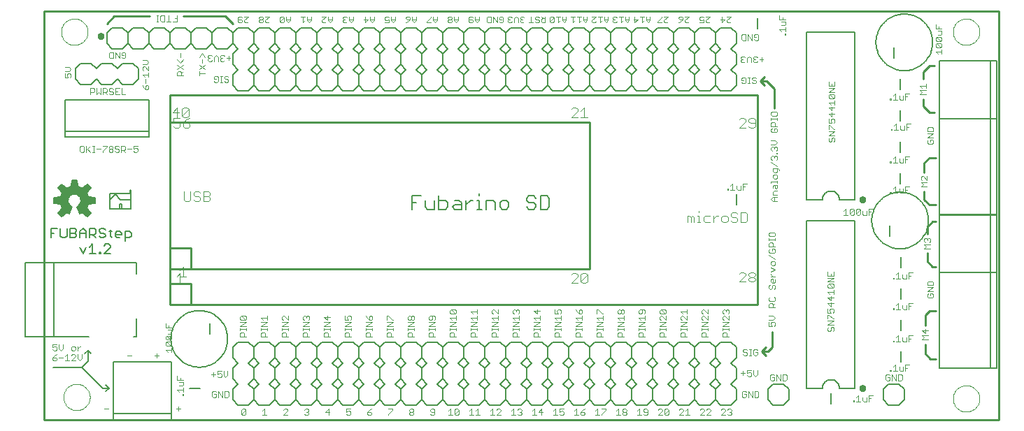
<source format=gto>
G75*
G70*
%OFA0B0*%
%FSLAX24Y24*%
%IPPOS*%
%LPD*%
%AMOC8*
5,1,8,0,0,1.08239X$1,22.5*
%
%ADD10C,0.0100*%
%ADD11C,0.0000*%
%ADD12C,0.0030*%
%ADD13C,0.0160*%
%ADD14C,0.0050*%
%ADD15C,0.0080*%
%ADD16C,0.0040*%
%ADD17C,0.0060*%
%ADD18C,0.0059*%
D10*
X001035Y001833D02*
X001035Y021333D01*
X046535Y021333D01*
X046535Y001833D01*
X001035Y001833D01*
X007035Y007333D02*
X007035Y008333D01*
X008035Y008333D01*
X008035Y007333D01*
X035035Y007333D01*
X035035Y017333D01*
X007035Y017333D01*
X007035Y008333D01*
X007035Y009033D02*
X007035Y010033D01*
X008035Y010033D01*
X008035Y009033D01*
X027035Y009033D01*
X027035Y016033D01*
X007035Y016033D01*
X007035Y010033D01*
X007035Y009033D02*
X008035Y009033D01*
X008035Y007333D02*
X007035Y007333D01*
X004035Y020733D02*
X004385Y021083D01*
X006085Y021083D01*
X007685Y021083D02*
X009685Y021083D01*
X010035Y020733D01*
X035185Y017983D02*
X035385Y017783D01*
X035485Y017983D02*
X035185Y017983D01*
X035385Y018183D01*
X035485Y017983D02*
X035835Y017633D01*
X035835Y016683D01*
X042935Y016783D02*
X043235Y016483D01*
X043485Y016483D01*
X042935Y016783D02*
X042935Y017133D01*
X042935Y018083D02*
X042935Y018433D01*
X043235Y018733D01*
X043485Y018733D01*
X043535Y014333D02*
X043235Y014333D01*
X042985Y014083D01*
X042985Y013633D01*
X042985Y012733D02*
X042985Y012333D01*
X043235Y012083D01*
X043535Y012083D01*
X043535Y011283D02*
X043385Y011283D01*
X043135Y011033D01*
X043135Y010683D01*
X043135Y009783D02*
X043135Y009383D01*
X043385Y009133D01*
X043535Y009133D01*
X043535Y007033D02*
X043235Y007033D01*
X043035Y006833D01*
X043035Y006333D01*
X043035Y005433D02*
X043035Y004983D01*
X043285Y004733D01*
X043535Y004733D01*
X035735Y005283D02*
X035535Y005083D01*
X035235Y005083D01*
X035435Y004883D01*
X035235Y005083D02*
X035435Y005283D01*
X035735Y005283D02*
X035735Y006033D01*
D11*
X044355Y002833D02*
X044357Y002883D01*
X044363Y002933D01*
X044373Y002982D01*
X044387Y003030D01*
X044404Y003077D01*
X044425Y003122D01*
X044450Y003166D01*
X044478Y003207D01*
X044510Y003246D01*
X044544Y003283D01*
X044581Y003317D01*
X044621Y003347D01*
X044663Y003374D01*
X044707Y003398D01*
X044753Y003419D01*
X044800Y003435D01*
X044848Y003448D01*
X044898Y003457D01*
X044947Y003462D01*
X044998Y003463D01*
X045048Y003460D01*
X045097Y003453D01*
X045146Y003442D01*
X045194Y003427D01*
X045240Y003409D01*
X045285Y003387D01*
X045328Y003361D01*
X045369Y003332D01*
X045408Y003300D01*
X045444Y003265D01*
X045476Y003227D01*
X045506Y003187D01*
X045533Y003144D01*
X045556Y003100D01*
X045575Y003054D01*
X045591Y003006D01*
X045603Y002957D01*
X045611Y002908D01*
X045615Y002858D01*
X045615Y002808D01*
X045611Y002758D01*
X045603Y002709D01*
X045591Y002660D01*
X045575Y002612D01*
X045556Y002566D01*
X045533Y002522D01*
X045506Y002479D01*
X045476Y002439D01*
X045444Y002401D01*
X045408Y002366D01*
X045369Y002334D01*
X045328Y002305D01*
X045285Y002279D01*
X045240Y002257D01*
X045194Y002239D01*
X045146Y002224D01*
X045097Y002213D01*
X045048Y002206D01*
X044998Y002203D01*
X044947Y002204D01*
X044898Y002209D01*
X044848Y002218D01*
X044800Y002231D01*
X044753Y002247D01*
X044707Y002268D01*
X044663Y002292D01*
X044621Y002319D01*
X044581Y002349D01*
X044544Y002383D01*
X044510Y002420D01*
X044478Y002459D01*
X044450Y002500D01*
X044425Y002544D01*
X044404Y002589D01*
X044387Y002636D01*
X044373Y002684D01*
X044363Y002733D01*
X044357Y002783D01*
X044355Y002833D01*
X044355Y020333D02*
X044357Y020383D01*
X044363Y020433D01*
X044373Y020482D01*
X044387Y020530D01*
X044404Y020577D01*
X044425Y020622D01*
X044450Y020666D01*
X044478Y020707D01*
X044510Y020746D01*
X044544Y020783D01*
X044581Y020817D01*
X044621Y020847D01*
X044663Y020874D01*
X044707Y020898D01*
X044753Y020919D01*
X044800Y020935D01*
X044848Y020948D01*
X044898Y020957D01*
X044947Y020962D01*
X044998Y020963D01*
X045048Y020960D01*
X045097Y020953D01*
X045146Y020942D01*
X045194Y020927D01*
X045240Y020909D01*
X045285Y020887D01*
X045328Y020861D01*
X045369Y020832D01*
X045408Y020800D01*
X045444Y020765D01*
X045476Y020727D01*
X045506Y020687D01*
X045533Y020644D01*
X045556Y020600D01*
X045575Y020554D01*
X045591Y020506D01*
X045603Y020457D01*
X045611Y020408D01*
X045615Y020358D01*
X045615Y020308D01*
X045611Y020258D01*
X045603Y020209D01*
X045591Y020160D01*
X045575Y020112D01*
X045556Y020066D01*
X045533Y020022D01*
X045506Y019979D01*
X045476Y019939D01*
X045444Y019901D01*
X045408Y019866D01*
X045369Y019834D01*
X045328Y019805D01*
X045285Y019779D01*
X045240Y019757D01*
X045194Y019739D01*
X045146Y019724D01*
X045097Y019713D01*
X045048Y019706D01*
X044998Y019703D01*
X044947Y019704D01*
X044898Y019709D01*
X044848Y019718D01*
X044800Y019731D01*
X044753Y019747D01*
X044707Y019768D01*
X044663Y019792D01*
X044621Y019819D01*
X044581Y019849D01*
X044544Y019883D01*
X044510Y019920D01*
X044478Y019959D01*
X044450Y020000D01*
X044425Y020044D01*
X044404Y020089D01*
X044387Y020136D01*
X044373Y020184D01*
X044363Y020233D01*
X044357Y020283D01*
X044355Y020333D01*
X001855Y020333D02*
X001857Y020383D01*
X001863Y020433D01*
X001873Y020482D01*
X001887Y020530D01*
X001904Y020577D01*
X001925Y020622D01*
X001950Y020666D01*
X001978Y020707D01*
X002010Y020746D01*
X002044Y020783D01*
X002081Y020817D01*
X002121Y020847D01*
X002163Y020874D01*
X002207Y020898D01*
X002253Y020919D01*
X002300Y020935D01*
X002348Y020948D01*
X002398Y020957D01*
X002447Y020962D01*
X002498Y020963D01*
X002548Y020960D01*
X002597Y020953D01*
X002646Y020942D01*
X002694Y020927D01*
X002740Y020909D01*
X002785Y020887D01*
X002828Y020861D01*
X002869Y020832D01*
X002908Y020800D01*
X002944Y020765D01*
X002976Y020727D01*
X003006Y020687D01*
X003033Y020644D01*
X003056Y020600D01*
X003075Y020554D01*
X003091Y020506D01*
X003103Y020457D01*
X003111Y020408D01*
X003115Y020358D01*
X003115Y020308D01*
X003111Y020258D01*
X003103Y020209D01*
X003091Y020160D01*
X003075Y020112D01*
X003056Y020066D01*
X003033Y020022D01*
X003006Y019979D01*
X002976Y019939D01*
X002944Y019901D01*
X002908Y019866D01*
X002869Y019834D01*
X002828Y019805D01*
X002785Y019779D01*
X002740Y019757D01*
X002694Y019739D01*
X002646Y019724D01*
X002597Y019713D01*
X002548Y019706D01*
X002498Y019703D01*
X002447Y019704D01*
X002398Y019709D01*
X002348Y019718D01*
X002300Y019731D01*
X002253Y019747D01*
X002207Y019768D01*
X002163Y019792D01*
X002121Y019819D01*
X002081Y019849D01*
X002044Y019883D01*
X002010Y019920D01*
X001978Y019959D01*
X001950Y020000D01*
X001925Y020044D01*
X001904Y020089D01*
X001887Y020136D01*
X001873Y020184D01*
X001863Y020233D01*
X001857Y020283D01*
X001855Y020333D01*
X001961Y002902D02*
X001963Y002952D01*
X001969Y003002D01*
X001979Y003051D01*
X001993Y003099D01*
X002010Y003146D01*
X002031Y003191D01*
X002056Y003235D01*
X002084Y003276D01*
X002116Y003315D01*
X002150Y003352D01*
X002187Y003386D01*
X002227Y003416D01*
X002269Y003443D01*
X002313Y003467D01*
X002359Y003488D01*
X002406Y003504D01*
X002454Y003517D01*
X002504Y003526D01*
X002553Y003531D01*
X002604Y003532D01*
X002654Y003529D01*
X002703Y003522D01*
X002752Y003511D01*
X002800Y003496D01*
X002846Y003478D01*
X002891Y003456D01*
X002934Y003430D01*
X002975Y003401D01*
X003014Y003369D01*
X003050Y003334D01*
X003082Y003296D01*
X003112Y003256D01*
X003139Y003213D01*
X003162Y003169D01*
X003181Y003123D01*
X003197Y003075D01*
X003209Y003026D01*
X003217Y002977D01*
X003221Y002927D01*
X003221Y002877D01*
X003217Y002827D01*
X003209Y002778D01*
X003197Y002729D01*
X003181Y002681D01*
X003162Y002635D01*
X003139Y002591D01*
X003112Y002548D01*
X003082Y002508D01*
X003050Y002470D01*
X003014Y002435D01*
X002975Y002403D01*
X002934Y002374D01*
X002891Y002348D01*
X002846Y002326D01*
X002800Y002308D01*
X002752Y002293D01*
X002703Y002282D01*
X002654Y002275D01*
X002604Y002272D01*
X002553Y002273D01*
X002504Y002278D01*
X002454Y002287D01*
X002406Y002300D01*
X002359Y002316D01*
X002313Y002337D01*
X002269Y002361D01*
X002227Y002388D01*
X002187Y002418D01*
X002150Y002452D01*
X002116Y002489D01*
X002084Y002528D01*
X002056Y002569D01*
X002031Y002613D01*
X002010Y002658D01*
X001993Y002705D01*
X001979Y002753D01*
X001969Y002802D01*
X001963Y002852D01*
X001961Y002902D01*
D12*
X003900Y002343D02*
X004093Y002343D01*
X007350Y002343D02*
X007543Y002343D01*
X007447Y002247D02*
X007447Y002440D01*
X007622Y002998D02*
X007622Y003047D01*
X007670Y003047D01*
X007670Y002998D01*
X007622Y002998D01*
X007670Y003146D02*
X007670Y003339D01*
X007670Y003242D02*
X007380Y003242D01*
X007477Y003146D01*
X007477Y003440D02*
X007622Y003440D01*
X007670Y003489D01*
X007670Y003634D01*
X007477Y003634D01*
X007525Y003735D02*
X007525Y003832D01*
X007380Y003928D02*
X007380Y003735D01*
X007670Y003735D01*
X009000Y003993D02*
X009193Y003993D01*
X009295Y003993D02*
X009391Y004042D01*
X009440Y004042D01*
X009488Y003993D01*
X009488Y003897D01*
X009440Y003848D01*
X009343Y003848D01*
X009295Y003897D01*
X009295Y003993D02*
X009295Y004139D01*
X009488Y004139D01*
X009589Y004139D02*
X009589Y003945D01*
X009686Y003848D01*
X009783Y003945D01*
X009783Y004139D01*
X009097Y004090D02*
X009097Y003897D01*
X009098Y003189D02*
X009050Y003140D01*
X009050Y002947D01*
X009098Y002898D01*
X009195Y002898D01*
X009243Y002947D01*
X009243Y003043D01*
X009147Y003043D01*
X009243Y003140D02*
X009195Y003189D01*
X009098Y003189D01*
X009345Y003189D02*
X009538Y002898D01*
X009538Y003189D01*
X009639Y003189D02*
X009784Y003189D01*
X009833Y003140D01*
X009833Y002947D01*
X009784Y002898D01*
X009639Y002898D01*
X009639Y003189D01*
X009345Y003189D02*
X009345Y002898D01*
X010450Y002290D02*
X010498Y002339D01*
X010595Y002339D01*
X010643Y002290D01*
X010450Y002097D01*
X010498Y002048D01*
X010595Y002048D01*
X010643Y002097D01*
X010643Y002290D01*
X010450Y002290D02*
X010450Y002097D01*
X011450Y002048D02*
X011643Y002048D01*
X011547Y002048D02*
X011547Y002339D01*
X011450Y002242D01*
X012450Y002290D02*
X012498Y002339D01*
X012595Y002339D01*
X012643Y002290D01*
X012643Y002242D01*
X012450Y002048D01*
X012643Y002048D01*
X013450Y002097D02*
X013498Y002048D01*
X013595Y002048D01*
X013643Y002097D01*
X013643Y002145D01*
X013595Y002193D01*
X013547Y002193D01*
X013595Y002193D02*
X013643Y002242D01*
X013643Y002290D01*
X013595Y002339D01*
X013498Y002339D01*
X013450Y002290D01*
X014450Y002193D02*
X014643Y002193D01*
X014595Y002048D02*
X014595Y002339D01*
X014450Y002193D01*
X015450Y002193D02*
X015547Y002242D01*
X015595Y002242D01*
X015643Y002193D01*
X015643Y002097D01*
X015595Y002048D01*
X015498Y002048D01*
X015450Y002097D01*
X015450Y002193D02*
X015450Y002339D01*
X015643Y002339D01*
X016450Y002193D02*
X016450Y002097D01*
X016498Y002048D01*
X016595Y002048D01*
X016643Y002097D01*
X016643Y002145D01*
X016595Y002193D01*
X016450Y002193D01*
X016547Y002290D01*
X016643Y002339D01*
X017450Y002339D02*
X017643Y002339D01*
X017643Y002290D01*
X017450Y002097D01*
X017450Y002048D01*
X018450Y002097D02*
X018450Y002145D01*
X018498Y002193D01*
X018595Y002193D01*
X018643Y002145D01*
X018643Y002097D01*
X018595Y002048D01*
X018498Y002048D01*
X018450Y002097D01*
X018498Y002193D02*
X018450Y002242D01*
X018450Y002290D01*
X018498Y002339D01*
X018595Y002339D01*
X018643Y002290D01*
X018643Y002242D01*
X018595Y002193D01*
X019450Y002242D02*
X019498Y002193D01*
X019643Y002193D01*
X019643Y002097D02*
X019643Y002290D01*
X019595Y002339D01*
X019498Y002339D01*
X019450Y002290D01*
X019450Y002242D01*
X019450Y002097D02*
X019498Y002048D01*
X019595Y002048D01*
X019643Y002097D01*
X020300Y002048D02*
X020493Y002048D01*
X020397Y002048D02*
X020397Y002339D01*
X020300Y002242D01*
X020595Y002290D02*
X020595Y002097D01*
X020788Y002290D01*
X020788Y002097D01*
X020740Y002048D01*
X020643Y002048D01*
X020595Y002097D01*
X020595Y002290D02*
X020643Y002339D01*
X020740Y002339D01*
X020788Y002290D01*
X021300Y002242D02*
X021397Y002339D01*
X021397Y002048D01*
X021493Y002048D02*
X021300Y002048D01*
X021595Y002048D02*
X021788Y002048D01*
X021691Y002048D02*
X021691Y002339D01*
X021595Y002242D01*
X022300Y002242D02*
X022397Y002339D01*
X022397Y002048D01*
X022493Y002048D02*
X022300Y002048D01*
X022595Y002048D02*
X022788Y002242D01*
X022788Y002290D01*
X022740Y002339D01*
X022643Y002339D01*
X022595Y002290D01*
X022595Y002048D02*
X022788Y002048D01*
X023300Y002048D02*
X023493Y002048D01*
X023397Y002048D02*
X023397Y002339D01*
X023300Y002242D01*
X023595Y002290D02*
X023643Y002339D01*
X023740Y002339D01*
X023788Y002290D01*
X023788Y002242D01*
X023740Y002193D01*
X023788Y002145D01*
X023788Y002097D01*
X023740Y002048D01*
X023643Y002048D01*
X023595Y002097D01*
X023691Y002193D02*
X023740Y002193D01*
X024300Y002242D02*
X024397Y002339D01*
X024397Y002048D01*
X024493Y002048D02*
X024300Y002048D01*
X024595Y002193D02*
X024788Y002193D01*
X024740Y002048D02*
X024740Y002339D01*
X024595Y002193D01*
X025300Y002242D02*
X025397Y002339D01*
X025397Y002048D01*
X025493Y002048D02*
X025300Y002048D01*
X025595Y002097D02*
X025643Y002048D01*
X025740Y002048D01*
X025788Y002097D01*
X025788Y002193D01*
X025740Y002242D01*
X025691Y002242D01*
X025595Y002193D01*
X025595Y002339D01*
X025788Y002339D01*
X026300Y002242D02*
X026397Y002339D01*
X026397Y002048D01*
X026493Y002048D02*
X026300Y002048D01*
X026595Y002097D02*
X026643Y002048D01*
X026740Y002048D01*
X026788Y002097D01*
X026788Y002145D01*
X026740Y002193D01*
X026595Y002193D01*
X026595Y002097D01*
X026595Y002193D02*
X026691Y002290D01*
X026788Y002339D01*
X027300Y002242D02*
X027397Y002339D01*
X027397Y002048D01*
X027493Y002048D02*
X027300Y002048D01*
X027595Y002048D02*
X027595Y002097D01*
X027788Y002290D01*
X027788Y002339D01*
X027595Y002339D01*
X028300Y002242D02*
X028397Y002339D01*
X028397Y002048D01*
X028493Y002048D02*
X028300Y002048D01*
X028595Y002097D02*
X028595Y002145D01*
X028643Y002193D01*
X028740Y002193D01*
X028788Y002145D01*
X028788Y002097D01*
X028740Y002048D01*
X028643Y002048D01*
X028595Y002097D01*
X028643Y002193D02*
X028595Y002242D01*
X028595Y002290D01*
X028643Y002339D01*
X028740Y002339D01*
X028788Y002290D01*
X028788Y002242D01*
X028740Y002193D01*
X029300Y002242D02*
X029397Y002339D01*
X029397Y002048D01*
X029493Y002048D02*
X029300Y002048D01*
X029595Y002097D02*
X029643Y002048D01*
X029740Y002048D01*
X029788Y002097D01*
X029788Y002290D01*
X029740Y002339D01*
X029643Y002339D01*
X029595Y002290D01*
X029595Y002242D01*
X029643Y002193D01*
X029788Y002193D01*
X030300Y002290D02*
X030348Y002339D01*
X030445Y002339D01*
X030493Y002290D01*
X030493Y002242D01*
X030300Y002048D01*
X030493Y002048D01*
X030595Y002097D02*
X030788Y002290D01*
X030788Y002097D01*
X030740Y002048D01*
X030643Y002048D01*
X030595Y002097D01*
X030595Y002290D01*
X030643Y002339D01*
X030740Y002339D01*
X030788Y002290D01*
X031300Y002290D02*
X031348Y002339D01*
X031445Y002339D01*
X031493Y002290D01*
X031493Y002242D01*
X031300Y002048D01*
X031493Y002048D01*
X031595Y002048D02*
X031788Y002048D01*
X031691Y002048D02*
X031691Y002339D01*
X031595Y002242D01*
X032300Y002290D02*
X032348Y002339D01*
X032445Y002339D01*
X032493Y002290D01*
X032493Y002242D01*
X032300Y002048D01*
X032493Y002048D01*
X032595Y002048D02*
X032788Y002242D01*
X032788Y002290D01*
X032740Y002339D01*
X032643Y002339D01*
X032595Y002290D01*
X032595Y002048D02*
X032788Y002048D01*
X033300Y002048D02*
X033493Y002242D01*
X033493Y002290D01*
X033445Y002339D01*
X033348Y002339D01*
X033300Y002290D01*
X033300Y002048D02*
X033493Y002048D01*
X033595Y002097D02*
X033643Y002048D01*
X033740Y002048D01*
X033788Y002097D01*
X033788Y002145D01*
X033740Y002193D01*
X033691Y002193D01*
X033740Y002193D02*
X033788Y002242D01*
X033788Y002290D01*
X033740Y002339D01*
X033643Y002339D01*
X033595Y002290D01*
X034300Y002947D02*
X034348Y002898D01*
X034445Y002898D01*
X034493Y002947D01*
X034493Y003043D01*
X034397Y003043D01*
X034300Y002947D02*
X034300Y003140D01*
X034348Y003189D01*
X034445Y003189D01*
X034493Y003140D01*
X034595Y003189D02*
X034788Y002898D01*
X034788Y003189D01*
X034889Y003189D02*
X035034Y003189D01*
X035083Y003140D01*
X035083Y002947D01*
X035034Y002898D01*
X034889Y002898D01*
X034889Y003189D01*
X034595Y003189D02*
X034595Y002898D01*
X035650Y003747D02*
X035698Y003698D01*
X035795Y003698D01*
X035843Y003747D01*
X035843Y003843D01*
X035747Y003843D01*
X035650Y003747D02*
X035650Y003940D01*
X035698Y003989D01*
X035795Y003989D01*
X035843Y003940D01*
X035945Y003989D02*
X035945Y003698D01*
X036138Y003698D02*
X036138Y003989D01*
X036239Y003989D02*
X036384Y003989D01*
X036433Y003940D01*
X036433Y003747D01*
X036384Y003698D01*
X036239Y003698D01*
X036239Y003989D01*
X035945Y003989D02*
X036138Y003698D01*
X035033Y003995D02*
X035033Y004189D01*
X034839Y004189D02*
X034839Y003995D01*
X034936Y003898D01*
X035033Y003995D01*
X034738Y003947D02*
X034690Y003898D01*
X034593Y003898D01*
X034545Y003947D01*
X034545Y004043D02*
X034641Y004092D01*
X034690Y004092D01*
X034738Y004043D01*
X034738Y003947D01*
X034545Y004043D02*
X034545Y004189D01*
X034738Y004189D01*
X034443Y004043D02*
X034250Y004043D01*
X034347Y003947D02*
X034347Y004140D01*
X034398Y004898D02*
X034350Y004947D01*
X034398Y004898D02*
X034495Y004898D01*
X034543Y004947D01*
X034543Y004995D01*
X034495Y005043D01*
X034398Y005043D01*
X034350Y005092D01*
X034350Y005140D01*
X034398Y005189D01*
X034495Y005189D01*
X034543Y005140D01*
X034645Y005189D02*
X034741Y005189D01*
X034693Y005189D02*
X034693Y004898D01*
X034645Y004898D02*
X034741Y004898D01*
X034841Y004947D02*
X034889Y004898D01*
X034986Y004898D01*
X035035Y004947D01*
X035035Y005043D01*
X034938Y005043D01*
X034841Y004947D02*
X034841Y005140D01*
X034889Y005189D01*
X034986Y005189D01*
X035035Y005140D01*
X033670Y005798D02*
X033380Y005798D01*
X033380Y005943D01*
X033428Y005992D01*
X033525Y005992D01*
X033573Y005943D01*
X033573Y005798D01*
X033670Y006093D02*
X033670Y006190D01*
X033670Y006141D02*
X033380Y006141D01*
X033380Y006093D02*
X033380Y006190D01*
X033380Y006289D02*
X033670Y006483D01*
X033380Y006483D01*
X033428Y006584D02*
X033380Y006632D01*
X033380Y006729D01*
X033428Y006778D01*
X033477Y006778D01*
X033670Y006584D01*
X033670Y006778D01*
X033622Y006879D02*
X033670Y006927D01*
X033670Y007024D01*
X033622Y007072D01*
X033573Y007072D01*
X033525Y007024D01*
X033525Y006975D01*
X033525Y007024D02*
X033477Y007072D01*
X033428Y007072D01*
X033380Y007024D01*
X033380Y006927D01*
X033428Y006879D01*
X032670Y006879D02*
X032477Y007072D01*
X032428Y007072D01*
X032380Y007024D01*
X032380Y006927D01*
X032428Y006879D01*
X032428Y006778D02*
X032380Y006729D01*
X032380Y006632D01*
X032428Y006584D01*
X032380Y006483D02*
X032670Y006483D01*
X032380Y006289D01*
X032670Y006289D01*
X032670Y006190D02*
X032670Y006093D01*
X032670Y006141D02*
X032380Y006141D01*
X032380Y006093D02*
X032380Y006190D01*
X032428Y005992D02*
X032525Y005992D01*
X032573Y005943D01*
X032573Y005798D01*
X032670Y005798D02*
X032380Y005798D01*
X032380Y005943D01*
X032428Y005992D01*
X031670Y006093D02*
X031670Y006190D01*
X031670Y006141D02*
X031380Y006141D01*
X031380Y006093D02*
X031380Y006190D01*
X031380Y006289D02*
X031670Y006483D01*
X031380Y006483D01*
X031428Y006584D02*
X031380Y006632D01*
X031380Y006729D01*
X031428Y006778D01*
X031477Y006778D01*
X031670Y006584D01*
X031670Y006778D01*
X031670Y006879D02*
X031670Y007072D01*
X031670Y006975D02*
X031380Y006975D01*
X031477Y006879D01*
X030670Y006927D02*
X030622Y006879D01*
X030428Y007072D01*
X030622Y007072D01*
X030670Y007024D01*
X030670Y006927D01*
X030622Y006879D02*
X030428Y006879D01*
X030380Y006927D01*
X030380Y007024D01*
X030428Y007072D01*
X030428Y006778D02*
X030380Y006729D01*
X030380Y006632D01*
X030428Y006584D01*
X030380Y006483D02*
X030670Y006483D01*
X030380Y006289D01*
X030670Y006289D01*
X030670Y006190D02*
X030670Y006093D01*
X030670Y006141D02*
X030380Y006141D01*
X030380Y006093D02*
X030380Y006190D01*
X030428Y005992D02*
X030525Y005992D01*
X030573Y005943D01*
X030573Y005798D01*
X030670Y005798D02*
X030380Y005798D01*
X030380Y005943D01*
X030428Y005992D01*
X029670Y006093D02*
X029670Y006190D01*
X029670Y006141D02*
X029380Y006141D01*
X029380Y006093D02*
X029380Y006190D01*
X029380Y006289D02*
X029670Y006483D01*
X029380Y006483D01*
X029477Y006584D02*
X029380Y006681D01*
X029670Y006681D01*
X029670Y006584D02*
X029670Y006778D01*
X029622Y006879D02*
X029670Y006927D01*
X029670Y007024D01*
X029622Y007072D01*
X029428Y007072D01*
X029380Y007024D01*
X029380Y006927D01*
X029428Y006879D01*
X029477Y006879D01*
X029525Y006927D01*
X029525Y007072D01*
X028670Y007024D02*
X028670Y006927D01*
X028622Y006879D01*
X028573Y006879D01*
X028525Y006927D01*
X028525Y007024D01*
X028573Y007072D01*
X028622Y007072D01*
X028670Y007024D01*
X028525Y007024D02*
X028477Y007072D01*
X028428Y007072D01*
X028380Y007024D01*
X028380Y006927D01*
X028428Y006879D01*
X028477Y006879D01*
X028525Y006927D01*
X028670Y006778D02*
X028670Y006584D01*
X028670Y006681D02*
X028380Y006681D01*
X028477Y006584D01*
X028380Y006483D02*
X028670Y006483D01*
X028380Y006289D01*
X028670Y006289D01*
X028670Y006190D02*
X028670Y006093D01*
X028670Y006141D02*
X028380Y006141D01*
X028380Y006093D02*
X028380Y006190D01*
X028428Y005992D02*
X028525Y005992D01*
X028573Y005943D01*
X028573Y005798D01*
X028670Y005798D02*
X028380Y005798D01*
X028380Y005943D01*
X028428Y005992D01*
X027670Y006093D02*
X027670Y006190D01*
X027670Y006141D02*
X027380Y006141D01*
X027380Y006093D02*
X027380Y006190D01*
X027380Y006289D02*
X027670Y006483D01*
X027380Y006483D01*
X027477Y006584D02*
X027380Y006681D01*
X027670Y006681D01*
X027670Y006584D02*
X027670Y006778D01*
X027670Y006879D02*
X027622Y006879D01*
X027428Y007072D01*
X027380Y007072D01*
X027380Y006879D01*
X026670Y006927D02*
X026670Y007024D01*
X026622Y007072D01*
X026573Y007072D01*
X026525Y007024D01*
X026525Y006879D01*
X026622Y006879D01*
X026670Y006927D01*
X026670Y006778D02*
X026670Y006584D01*
X026670Y006681D02*
X026380Y006681D01*
X026477Y006584D01*
X026380Y006483D02*
X026670Y006483D01*
X026380Y006289D01*
X026670Y006289D01*
X026670Y006190D02*
X026670Y006093D01*
X026670Y006141D02*
X026380Y006141D01*
X026380Y006093D02*
X026380Y006190D01*
X026428Y005992D02*
X026525Y005992D01*
X026573Y005943D01*
X026573Y005798D01*
X026670Y005798D02*
X026380Y005798D01*
X026380Y005943D01*
X026428Y005992D01*
X025670Y006093D02*
X025670Y006190D01*
X025670Y006141D02*
X025380Y006141D01*
X025380Y006093D02*
X025380Y006190D01*
X025380Y006289D02*
X025670Y006483D01*
X025380Y006483D01*
X025477Y006584D02*
X025380Y006681D01*
X025670Y006681D01*
X025670Y006584D02*
X025670Y006778D01*
X025622Y006879D02*
X025670Y006927D01*
X025670Y007024D01*
X025622Y007072D01*
X025525Y007072D01*
X025477Y007024D01*
X025477Y006975D01*
X025525Y006879D01*
X025380Y006879D01*
X025380Y007072D01*
X024670Y007024D02*
X024380Y007024D01*
X024525Y006879D01*
X024525Y007072D01*
X024670Y006778D02*
X024670Y006584D01*
X024670Y006681D02*
X024380Y006681D01*
X024477Y006584D01*
X024380Y006483D02*
X024670Y006483D01*
X024380Y006289D01*
X024670Y006289D01*
X024670Y006190D02*
X024670Y006093D01*
X024670Y006141D02*
X024380Y006141D01*
X024380Y006093D02*
X024380Y006190D01*
X024428Y005992D02*
X024525Y005992D01*
X024573Y005943D01*
X024573Y005798D01*
X024670Y005798D02*
X024380Y005798D01*
X024380Y005943D01*
X024428Y005992D01*
X023670Y006093D02*
X023670Y006190D01*
X023670Y006141D02*
X023380Y006141D01*
X023380Y006093D02*
X023380Y006190D01*
X023380Y006289D02*
X023670Y006483D01*
X023380Y006483D01*
X023477Y006584D02*
X023380Y006681D01*
X023670Y006681D01*
X023670Y006584D02*
X023670Y006778D01*
X023622Y006879D02*
X023670Y006927D01*
X023670Y007024D01*
X023622Y007072D01*
X023573Y007072D01*
X023525Y007024D01*
X023525Y006975D01*
X023525Y007024D02*
X023477Y007072D01*
X023428Y007072D01*
X023380Y007024D01*
X023380Y006927D01*
X023428Y006879D01*
X022670Y006879D02*
X022477Y007072D01*
X022428Y007072D01*
X022380Y007024D01*
X022380Y006927D01*
X022428Y006879D01*
X022380Y006681D02*
X022670Y006681D01*
X022670Y006584D02*
X022670Y006778D01*
X022670Y006879D02*
X022670Y007072D01*
X022380Y006681D02*
X022477Y006584D01*
X022380Y006483D02*
X022670Y006483D01*
X022380Y006289D01*
X022670Y006289D01*
X022670Y006190D02*
X022670Y006093D01*
X022670Y006141D02*
X022380Y006141D01*
X022380Y006093D02*
X022380Y006190D01*
X022428Y005992D02*
X022380Y005943D01*
X022380Y005798D01*
X022670Y005798D01*
X022573Y005798D02*
X022573Y005943D01*
X022525Y005992D01*
X022428Y005992D01*
X021670Y006093D02*
X021670Y006190D01*
X021670Y006141D02*
X021380Y006141D01*
X021380Y006093D02*
X021380Y006190D01*
X021380Y006289D02*
X021670Y006483D01*
X021380Y006483D01*
X021477Y006584D02*
X021380Y006681D01*
X021670Y006681D01*
X021670Y006584D02*
X021670Y006778D01*
X021670Y006879D02*
X021670Y007072D01*
X021670Y006975D02*
X021380Y006975D01*
X021477Y006879D01*
X020670Y006927D02*
X020622Y006879D01*
X020428Y007072D01*
X020622Y007072D01*
X020670Y007024D01*
X020670Y006927D01*
X020622Y006879D02*
X020428Y006879D01*
X020380Y006927D01*
X020380Y007024D01*
X020428Y007072D01*
X020670Y006778D02*
X020670Y006584D01*
X020670Y006681D02*
X020380Y006681D01*
X020477Y006584D01*
X020380Y006483D02*
X020670Y006483D01*
X020380Y006289D01*
X020670Y006289D01*
X020670Y006190D02*
X020670Y006093D01*
X020670Y006141D02*
X020380Y006141D01*
X020380Y006093D02*
X020380Y006190D01*
X020428Y005992D02*
X020525Y005992D01*
X020573Y005943D01*
X020573Y005798D01*
X020670Y005798D02*
X020380Y005798D01*
X020380Y005943D01*
X020428Y005992D01*
X019670Y006093D02*
X019670Y006190D01*
X019670Y006141D02*
X019380Y006141D01*
X019380Y006093D02*
X019380Y006190D01*
X019380Y006289D02*
X019670Y006483D01*
X019380Y006483D01*
X019428Y006584D02*
X019477Y006584D01*
X019525Y006632D01*
X019525Y006778D01*
X019622Y006778D02*
X019428Y006778D01*
X019380Y006729D01*
X019380Y006632D01*
X019428Y006584D01*
X019622Y006584D02*
X019670Y006632D01*
X019670Y006729D01*
X019622Y006778D01*
X019670Y006289D02*
X019380Y006289D01*
X019428Y005992D02*
X019525Y005992D01*
X019573Y005943D01*
X019573Y005798D01*
X019670Y005798D02*
X019380Y005798D01*
X019380Y005943D01*
X019428Y005992D01*
X018670Y006093D02*
X018670Y006190D01*
X018670Y006141D02*
X018380Y006141D01*
X018380Y006093D02*
X018380Y006190D01*
X018380Y006289D02*
X018670Y006483D01*
X018380Y006483D01*
X018428Y006584D02*
X018477Y006584D01*
X018525Y006632D01*
X018525Y006729D01*
X018573Y006778D01*
X018622Y006778D01*
X018670Y006729D01*
X018670Y006632D01*
X018622Y006584D01*
X018573Y006584D01*
X018525Y006632D01*
X018525Y006729D02*
X018477Y006778D01*
X018428Y006778D01*
X018380Y006729D01*
X018380Y006632D01*
X018428Y006584D01*
X018380Y006289D02*
X018670Y006289D01*
X018525Y005992D02*
X018573Y005943D01*
X018573Y005798D01*
X018670Y005798D02*
X018380Y005798D01*
X018380Y005943D01*
X018428Y005992D01*
X018525Y005992D01*
X017670Y006093D02*
X017670Y006190D01*
X017670Y006141D02*
X017380Y006141D01*
X017380Y006093D02*
X017380Y006190D01*
X017380Y006289D02*
X017670Y006483D01*
X017380Y006483D01*
X017380Y006584D02*
X017380Y006778D01*
X017428Y006778D01*
X017622Y006584D01*
X017670Y006584D01*
X017670Y006289D02*
X017380Y006289D01*
X017428Y005992D02*
X017525Y005992D01*
X017573Y005943D01*
X017573Y005798D01*
X017670Y005798D02*
X017380Y005798D01*
X017380Y005943D01*
X017428Y005992D01*
X016670Y006093D02*
X016670Y006190D01*
X016670Y006141D02*
X016380Y006141D01*
X016380Y006093D02*
X016380Y006190D01*
X016380Y006289D02*
X016670Y006483D01*
X016380Y006483D01*
X016525Y006584D02*
X016525Y006729D01*
X016573Y006778D01*
X016622Y006778D01*
X016670Y006729D01*
X016670Y006632D01*
X016622Y006584D01*
X016525Y006584D01*
X016428Y006681D01*
X016380Y006778D01*
X015670Y006729D02*
X015670Y006632D01*
X015622Y006584D01*
X015525Y006584D02*
X015477Y006681D01*
X015477Y006729D01*
X015525Y006778D01*
X015622Y006778D01*
X015670Y006729D01*
X015525Y006584D02*
X015380Y006584D01*
X015380Y006778D01*
X014670Y006729D02*
X014380Y006729D01*
X014525Y006584D01*
X014525Y006778D01*
X014670Y006483D02*
X014380Y006483D01*
X014380Y006289D02*
X014670Y006483D01*
X014670Y006289D02*
X014380Y006289D01*
X014380Y006190D02*
X014380Y006093D01*
X014380Y006141D02*
X014670Y006141D01*
X014670Y006093D02*
X014670Y006190D01*
X014525Y005992D02*
X014428Y005992D01*
X014380Y005943D01*
X014380Y005798D01*
X014670Y005798D01*
X014573Y005798D02*
X014573Y005943D01*
X014525Y005992D01*
X015380Y005943D02*
X015380Y005798D01*
X015670Y005798D01*
X015573Y005798D02*
X015573Y005943D01*
X015525Y005992D01*
X015428Y005992D01*
X015380Y005943D01*
X015380Y006093D02*
X015380Y006190D01*
X015380Y006141D02*
X015670Y006141D01*
X015670Y006093D02*
X015670Y006190D01*
X015670Y006289D02*
X015380Y006289D01*
X015670Y006483D01*
X015380Y006483D01*
X016380Y006289D02*
X016670Y006289D01*
X016525Y005992D02*
X016573Y005943D01*
X016573Y005798D01*
X016670Y005798D02*
X016380Y005798D01*
X016380Y005943D01*
X016428Y005992D01*
X016525Y005992D01*
X013670Y006093D02*
X013670Y006190D01*
X013670Y006141D02*
X013380Y006141D01*
X013380Y006093D02*
X013380Y006190D01*
X013380Y006289D02*
X013670Y006483D01*
X013380Y006483D01*
X013428Y006584D02*
X013380Y006632D01*
X013380Y006729D01*
X013428Y006778D01*
X013477Y006778D01*
X013525Y006729D01*
X013573Y006778D01*
X013622Y006778D01*
X013670Y006729D01*
X013670Y006632D01*
X013622Y006584D01*
X013525Y006681D02*
X013525Y006729D01*
X012670Y006778D02*
X012670Y006584D01*
X012477Y006778D01*
X012428Y006778D01*
X012380Y006729D01*
X012380Y006632D01*
X012428Y006584D01*
X012380Y006483D02*
X012670Y006483D01*
X012380Y006289D01*
X012670Y006289D01*
X012670Y006190D02*
X012670Y006093D01*
X012670Y006141D02*
X012380Y006141D01*
X012380Y006093D02*
X012380Y006190D01*
X012428Y005992D02*
X012525Y005992D01*
X012573Y005943D01*
X012573Y005798D01*
X012670Y005798D02*
X012380Y005798D01*
X012380Y005943D01*
X012428Y005992D01*
X011670Y006093D02*
X011670Y006190D01*
X011670Y006141D02*
X011380Y006141D01*
X011380Y006093D02*
X011380Y006190D01*
X011380Y006289D02*
X011670Y006483D01*
X011380Y006483D01*
X011477Y006584D02*
X011380Y006681D01*
X011670Y006681D01*
X011670Y006584D02*
X011670Y006778D01*
X010670Y006729D02*
X010670Y006632D01*
X010622Y006584D01*
X010428Y006778D01*
X010622Y006778D01*
X010670Y006729D01*
X010622Y006584D02*
X010428Y006584D01*
X010380Y006632D01*
X010380Y006729D01*
X010428Y006778D01*
X010380Y006483D02*
X010670Y006483D01*
X010380Y006289D01*
X010670Y006289D01*
X010670Y006190D02*
X010670Y006093D01*
X010670Y006141D02*
X010380Y006141D01*
X010380Y006093D02*
X010380Y006190D01*
X010428Y005992D02*
X010525Y005992D01*
X010573Y005943D01*
X010573Y005798D01*
X010670Y005798D02*
X010380Y005798D01*
X010380Y005943D01*
X010428Y005992D01*
X011380Y005943D02*
X011380Y005798D01*
X011670Y005798D01*
X011573Y005798D02*
X011573Y005943D01*
X011525Y005992D01*
X011428Y005992D01*
X011380Y005943D01*
X011380Y006289D02*
X011670Y006289D01*
X013380Y006289D02*
X013670Y006289D01*
X013525Y005992D02*
X013573Y005943D01*
X013573Y005798D01*
X013670Y005798D02*
X013380Y005798D01*
X013380Y005943D01*
X013428Y005992D01*
X013525Y005992D01*
X007120Y005981D02*
X007120Y006126D01*
X006927Y006126D01*
X006975Y006227D02*
X006975Y006324D01*
X006830Y006420D02*
X006830Y006227D01*
X007120Y006227D01*
X007120Y005981D02*
X007072Y005932D01*
X006927Y005932D01*
X006878Y005831D02*
X007072Y005638D01*
X007120Y005686D01*
X007120Y005783D01*
X007072Y005831D01*
X006878Y005831D01*
X006830Y005783D01*
X006830Y005686D01*
X006878Y005638D01*
X007072Y005638D01*
X007072Y005536D02*
X006878Y005536D01*
X007072Y005343D01*
X007120Y005391D01*
X007120Y005488D01*
X007072Y005536D01*
X007072Y005343D02*
X006878Y005343D01*
X006830Y005391D01*
X006830Y005488D01*
X006878Y005536D01*
X007120Y005242D02*
X007120Y005048D01*
X007120Y005145D02*
X006830Y005145D01*
X006927Y005048D01*
X006493Y004893D02*
X006300Y004893D01*
X006397Y004797D02*
X006397Y004990D01*
X005193Y004893D02*
X005000Y004893D01*
X002822Y004939D02*
X002822Y004745D01*
X002725Y004648D01*
X002629Y004745D01*
X002629Y004939D01*
X002527Y004890D02*
X002479Y004939D01*
X002382Y004939D01*
X002334Y004890D01*
X002527Y004890D02*
X002527Y004842D01*
X002334Y004648D01*
X002527Y004648D01*
X002233Y004648D02*
X002039Y004648D01*
X002136Y004648D02*
X002136Y004939D01*
X002039Y004842D01*
X001938Y004793D02*
X001745Y004793D01*
X001643Y004745D02*
X001595Y004793D01*
X001450Y004793D01*
X001450Y004697D01*
X001498Y004648D01*
X001595Y004648D01*
X001643Y004697D01*
X001643Y004745D01*
X001547Y004890D02*
X001450Y004793D01*
X001547Y004890D02*
X001643Y004939D01*
X001595Y005128D02*
X001498Y005128D01*
X001450Y005177D01*
X001450Y005273D02*
X001547Y005322D01*
X001595Y005322D01*
X001643Y005273D01*
X001643Y005177D01*
X001595Y005128D01*
X001745Y005225D02*
X001841Y005128D01*
X001938Y005225D01*
X001938Y005419D01*
X001745Y005419D02*
X001745Y005225D01*
X001643Y005419D02*
X001450Y005419D01*
X001450Y005273D01*
X002334Y005273D02*
X002334Y005177D01*
X002382Y005128D01*
X002479Y005128D01*
X002527Y005177D01*
X002527Y005273D01*
X002479Y005322D01*
X002382Y005322D01*
X002334Y005273D01*
X002629Y005225D02*
X002725Y005322D01*
X002774Y005322D01*
X002629Y005322D02*
X002629Y005128D01*
X021380Y005798D02*
X021380Y005943D01*
X021428Y005992D01*
X021525Y005992D01*
X021573Y005943D01*
X021573Y005798D01*
X021670Y005798D02*
X021380Y005798D01*
X021380Y006289D02*
X021670Y006289D01*
X023380Y006289D02*
X023670Y006289D01*
X023525Y005992D02*
X023573Y005943D01*
X023573Y005798D01*
X023670Y005798D02*
X023380Y005798D01*
X023380Y005943D01*
X023428Y005992D01*
X023525Y005992D01*
X025380Y005943D02*
X025380Y005798D01*
X025670Y005798D01*
X025573Y005798D02*
X025573Y005943D01*
X025525Y005992D01*
X025428Y005992D01*
X025380Y005943D01*
X025380Y006289D02*
X025670Y006289D01*
X026428Y006975D02*
X026525Y006879D01*
X026428Y006975D02*
X026380Y007072D01*
X027380Y006289D02*
X027670Y006289D01*
X027525Y005992D02*
X027573Y005943D01*
X027573Y005798D01*
X027670Y005798D02*
X027380Y005798D01*
X027380Y005943D01*
X027428Y005992D01*
X027525Y005992D01*
X029380Y005943D02*
X029380Y005798D01*
X029670Y005798D01*
X029573Y005798D02*
X029573Y005943D01*
X029525Y005992D01*
X029428Y005992D01*
X029380Y005943D01*
X029380Y006289D02*
X029670Y006289D01*
X030477Y006778D02*
X030670Y006584D01*
X030670Y006778D01*
X030477Y006778D02*
X030428Y006778D01*
X031380Y006289D02*
X031670Y006289D01*
X031525Y005992D02*
X031573Y005943D01*
X031573Y005798D01*
X031670Y005798D02*
X031380Y005798D01*
X031380Y005943D01*
X031428Y005992D01*
X031525Y005992D01*
X032477Y006778D02*
X032670Y006584D01*
X032670Y006778D01*
X032670Y006879D02*
X032670Y007072D01*
X032477Y006778D02*
X032428Y006778D01*
X033380Y006289D02*
X033670Y006289D01*
X035580Y006298D02*
X035725Y006298D01*
X035677Y006395D01*
X035677Y006443D01*
X035725Y006492D01*
X035822Y006492D01*
X035870Y006443D01*
X035870Y006347D01*
X035822Y006298D01*
X035580Y006298D02*
X035580Y006492D01*
X035580Y006593D02*
X035773Y006593D01*
X035870Y006690D01*
X035773Y006786D01*
X035580Y006786D01*
X035580Y007182D02*
X035580Y007327D01*
X035628Y007376D01*
X035725Y007376D01*
X035773Y007327D01*
X035773Y007182D01*
X035870Y007182D02*
X035580Y007182D01*
X035773Y007279D02*
X035870Y007376D01*
X035822Y007477D02*
X035870Y007525D01*
X035870Y007622D01*
X035822Y007670D01*
X035822Y007477D02*
X035628Y007477D01*
X035580Y007525D01*
X035580Y007622D01*
X035628Y007670D01*
X035628Y008066D02*
X035677Y008066D01*
X035725Y008115D01*
X035725Y008211D01*
X035773Y008260D01*
X035822Y008260D01*
X035870Y008211D01*
X035870Y008115D01*
X035822Y008066D01*
X035628Y008066D02*
X035580Y008115D01*
X035580Y008211D01*
X035628Y008260D01*
X035725Y008361D02*
X035677Y008409D01*
X035677Y008506D01*
X035725Y008554D01*
X035773Y008554D01*
X035773Y008361D01*
X035725Y008361D02*
X035822Y008361D01*
X035870Y008409D01*
X035870Y008506D01*
X035870Y008656D02*
X035677Y008656D01*
X035773Y008656D02*
X035677Y008752D01*
X035677Y008801D01*
X035677Y008901D02*
X035870Y008998D01*
X035677Y009095D01*
X035725Y009196D02*
X035822Y009196D01*
X035870Y009244D01*
X035870Y009341D01*
X035822Y009389D01*
X035725Y009389D01*
X035677Y009341D01*
X035677Y009244D01*
X035725Y009196D01*
X035870Y009490D02*
X035580Y009684D01*
X035628Y009785D02*
X035822Y009785D01*
X035870Y009833D01*
X035870Y009930D01*
X035822Y009979D01*
X035725Y009979D01*
X035725Y009882D01*
X035628Y009979D02*
X035580Y009930D01*
X035580Y009833D01*
X035628Y009785D01*
X035580Y010080D02*
X035580Y010225D01*
X035628Y010273D01*
X035725Y010273D01*
X035773Y010225D01*
X035773Y010080D01*
X035870Y010080D02*
X035580Y010080D01*
X035580Y010374D02*
X035580Y010471D01*
X035580Y010423D02*
X035870Y010423D01*
X035870Y010471D02*
X035870Y010374D01*
X035822Y010571D02*
X035870Y010619D01*
X035870Y010716D01*
X035822Y010764D01*
X035628Y010764D01*
X035580Y010716D01*
X035580Y010619D01*
X035628Y010571D01*
X035822Y010571D01*
X035825Y012248D02*
X035825Y012442D01*
X035777Y012442D02*
X035970Y012442D01*
X035970Y012543D02*
X035777Y012543D01*
X035777Y012688D01*
X035825Y012736D01*
X035970Y012736D01*
X035922Y012838D02*
X035873Y012886D01*
X035873Y013031D01*
X035825Y013031D02*
X035970Y013031D01*
X035970Y012886D01*
X035922Y012838D01*
X035777Y012886D02*
X035777Y012983D01*
X035825Y013031D01*
X035970Y013132D02*
X035970Y013229D01*
X035970Y013181D02*
X035680Y013181D01*
X035680Y013132D01*
X035825Y013329D02*
X035922Y013329D01*
X035970Y013377D01*
X035970Y013474D01*
X035922Y013522D01*
X035825Y013522D01*
X035777Y013474D01*
X035777Y013377D01*
X035825Y013329D01*
X035825Y013623D02*
X035922Y013623D01*
X035970Y013672D01*
X035970Y013817D01*
X036018Y013817D02*
X035777Y013817D01*
X035777Y013672D01*
X035825Y013623D01*
X036067Y013720D02*
X036067Y013768D01*
X036018Y013817D01*
X035970Y013918D02*
X035680Y014112D01*
X035728Y014213D02*
X035680Y014261D01*
X035680Y014358D01*
X035728Y014406D01*
X035777Y014406D01*
X035825Y014358D01*
X035873Y014406D01*
X035922Y014406D01*
X035970Y014358D01*
X035970Y014261D01*
X035922Y014213D01*
X035825Y014309D02*
X035825Y014358D01*
X035922Y014507D02*
X035922Y014556D01*
X035970Y014556D01*
X035970Y014507D01*
X035922Y014507D01*
X035922Y014655D02*
X035970Y014703D01*
X035970Y014800D01*
X035922Y014848D01*
X035873Y014848D01*
X035825Y014800D01*
X035825Y014751D01*
X035825Y014800D02*
X035777Y014848D01*
X035728Y014848D01*
X035680Y014800D01*
X035680Y014703D01*
X035728Y014655D01*
X035680Y014949D02*
X035873Y014949D01*
X035970Y015046D01*
X035873Y015143D01*
X035680Y015143D01*
X035728Y015539D02*
X035922Y015539D01*
X035970Y015587D01*
X035970Y015684D01*
X035922Y015732D01*
X035825Y015732D01*
X035825Y015635D01*
X035728Y015539D02*
X035680Y015587D01*
X035680Y015684D01*
X035728Y015732D01*
X035680Y015833D02*
X035680Y015978D01*
X035728Y016027D01*
X035825Y016027D01*
X035873Y015978D01*
X035873Y015833D01*
X035970Y015833D02*
X035680Y015833D01*
X035680Y016128D02*
X035680Y016225D01*
X035680Y016176D02*
X035970Y016176D01*
X035970Y016128D02*
X035970Y016225D01*
X035922Y016324D02*
X035970Y016373D01*
X035970Y016469D01*
X035922Y016518D01*
X035728Y016518D01*
X035680Y016469D01*
X035680Y016373D01*
X035728Y016324D01*
X035922Y016324D01*
X038430Y016422D02*
X038575Y016277D01*
X038575Y016470D01*
X038575Y016572D02*
X038575Y016765D01*
X038527Y016866D02*
X038430Y016963D01*
X038720Y016963D01*
X038720Y016866D02*
X038720Y017060D01*
X038672Y017161D02*
X038478Y017354D01*
X038672Y017354D01*
X038720Y017306D01*
X038720Y017209D01*
X038672Y017161D01*
X038478Y017161D01*
X038430Y017209D01*
X038430Y017306D01*
X038478Y017354D01*
X038430Y017456D02*
X038720Y017649D01*
X038430Y017649D01*
X038430Y017750D02*
X038720Y017750D01*
X038720Y017944D01*
X038575Y017847D02*
X038575Y017750D01*
X038430Y017750D02*
X038430Y017944D01*
X038430Y017456D02*
X038720Y017456D01*
X038720Y016717D02*
X038430Y016717D01*
X038575Y016572D01*
X038720Y016422D02*
X038430Y016422D01*
X038430Y016176D02*
X038430Y015982D01*
X038575Y015982D01*
X038527Y016079D01*
X038527Y016127D01*
X038575Y016176D01*
X038672Y016176D01*
X038720Y016127D01*
X038720Y016031D01*
X038672Y015982D01*
X038478Y015881D02*
X038672Y015688D01*
X038720Y015688D01*
X038720Y015586D02*
X038430Y015586D01*
X038430Y015688D02*
X038430Y015881D01*
X038478Y015881D01*
X038720Y015586D02*
X038430Y015393D01*
X038720Y015393D01*
X038672Y015292D02*
X038720Y015243D01*
X038720Y015147D01*
X038672Y015098D01*
X038575Y015147D02*
X038575Y015243D01*
X038623Y015292D01*
X038672Y015292D01*
X038575Y015147D02*
X038527Y015098D01*
X038478Y015098D01*
X038430Y015147D01*
X038430Y015243D01*
X038478Y015292D01*
X041400Y015648D02*
X041448Y015648D01*
X041448Y015697D01*
X041400Y015697D01*
X041400Y015648D01*
X041547Y015648D02*
X041741Y015648D01*
X041644Y015648D02*
X041644Y015939D01*
X041547Y015842D01*
X041842Y015842D02*
X041842Y015697D01*
X041890Y015648D01*
X042035Y015648D01*
X042035Y015842D01*
X042137Y015793D02*
X042233Y015793D01*
X042137Y015648D02*
X042137Y015939D01*
X042330Y015939D01*
X043130Y015733D02*
X043130Y015588D01*
X043420Y015588D01*
X043420Y015733D01*
X043372Y015781D01*
X043178Y015781D01*
X043130Y015733D01*
X043130Y015486D02*
X043420Y015486D01*
X043130Y015293D01*
X043420Y015293D01*
X043372Y015192D02*
X043420Y015143D01*
X043420Y015047D01*
X043372Y014998D01*
X043178Y014998D01*
X043130Y015047D01*
X043130Y015143D01*
X043178Y015192D01*
X043275Y015192D02*
X043275Y015095D01*
X043275Y015192D02*
X043372Y015192D01*
X042280Y014389D02*
X042087Y014389D01*
X042087Y014098D01*
X041985Y014098D02*
X041985Y014292D01*
X042087Y014243D02*
X042183Y014243D01*
X041985Y014098D02*
X041840Y014098D01*
X041792Y014147D01*
X041792Y014292D01*
X041691Y014098D02*
X041497Y014098D01*
X041594Y014098D02*
X041594Y014389D01*
X041497Y014292D01*
X041398Y014147D02*
X041398Y014098D01*
X041350Y014098D01*
X041350Y014147D01*
X041398Y014147D01*
X042830Y013388D02*
X042830Y013291D01*
X042878Y013243D01*
X042830Y013142D02*
X043120Y013142D01*
X043120Y013243D02*
X042927Y013436D01*
X042878Y013436D01*
X042830Y013388D01*
X042830Y013142D02*
X042927Y013045D01*
X042830Y012948D01*
X043120Y012948D01*
X043120Y013243D02*
X043120Y013436D01*
X042280Y012939D02*
X042087Y012939D01*
X042087Y012648D01*
X041985Y012648D02*
X041985Y012842D01*
X042087Y012793D02*
X042183Y012793D01*
X041985Y012648D02*
X041840Y012648D01*
X041792Y012697D01*
X041792Y012842D01*
X041691Y012648D02*
X041497Y012648D01*
X041594Y012648D02*
X041594Y012939D01*
X041497Y012842D01*
X041398Y012697D02*
X041398Y012648D01*
X041350Y012648D01*
X041350Y012697D01*
X041398Y012697D01*
X040522Y011889D02*
X040329Y011889D01*
X040329Y011598D01*
X040227Y011598D02*
X040227Y011792D01*
X040329Y011743D02*
X040425Y011743D01*
X040227Y011598D02*
X040082Y011598D01*
X040034Y011647D01*
X040034Y011792D01*
X039933Y011840D02*
X039739Y011647D01*
X039788Y011598D01*
X039884Y011598D01*
X039933Y011647D01*
X039933Y011840D01*
X039884Y011889D01*
X039788Y011889D01*
X039739Y011840D01*
X039739Y011647D01*
X039638Y011647D02*
X039638Y011840D01*
X039445Y011647D01*
X039493Y011598D01*
X039590Y011598D01*
X039638Y011647D01*
X039638Y011840D02*
X039590Y011889D01*
X039493Y011889D01*
X039445Y011840D01*
X039445Y011647D01*
X039343Y011598D02*
X039150Y011598D01*
X039247Y011598D02*
X039247Y011889D01*
X039150Y011792D01*
X035970Y012248D02*
X035777Y012248D01*
X035680Y012345D01*
X035777Y012442D01*
X034530Y013089D02*
X034337Y013089D01*
X034337Y012798D01*
X034235Y012798D02*
X034235Y012992D01*
X034337Y012943D02*
X034433Y012943D01*
X034235Y012798D02*
X034090Y012798D01*
X034042Y012847D01*
X034042Y012992D01*
X033941Y012798D02*
X033747Y012798D01*
X033844Y012798D02*
X033844Y013089D01*
X033747Y012992D01*
X033648Y012847D02*
X033600Y012847D01*
X033600Y012798D01*
X033648Y012798D01*
X033648Y012847D01*
X038380Y008894D02*
X038380Y008700D01*
X038670Y008700D01*
X038670Y008894D01*
X038525Y008797D02*
X038525Y008700D01*
X038670Y008599D02*
X038380Y008599D01*
X038380Y008406D02*
X038670Y008599D01*
X038670Y008406D02*
X038380Y008406D01*
X038428Y008304D02*
X038622Y008111D01*
X038670Y008159D01*
X038670Y008256D01*
X038622Y008304D01*
X038428Y008304D01*
X038380Y008256D01*
X038380Y008159D01*
X038428Y008111D01*
X038622Y008111D01*
X038670Y008010D02*
X038670Y007816D01*
X038670Y007913D02*
X038380Y007913D01*
X038477Y007816D01*
X038525Y007715D02*
X038525Y007522D01*
X038380Y007667D01*
X038670Y007667D01*
X038525Y007420D02*
X038525Y007227D01*
X038380Y007372D01*
X038670Y007372D01*
X038622Y007126D02*
X038670Y007077D01*
X038670Y006981D01*
X038622Y006932D01*
X038525Y006932D02*
X038477Y007029D01*
X038477Y007077D01*
X038525Y007126D01*
X038622Y007126D01*
X038525Y006932D02*
X038380Y006932D01*
X038380Y007126D01*
X038380Y006831D02*
X038428Y006831D01*
X038622Y006638D01*
X038670Y006638D01*
X038670Y006536D02*
X038380Y006536D01*
X038380Y006638D02*
X038380Y006831D01*
X038670Y006536D02*
X038380Y006343D01*
X038670Y006343D01*
X038622Y006242D02*
X038670Y006193D01*
X038670Y006097D01*
X038622Y006048D01*
X038525Y006097D02*
X038477Y006048D01*
X038428Y006048D01*
X038380Y006097D01*
X038380Y006193D01*
X038428Y006242D01*
X038525Y006193D02*
X038573Y006242D01*
X038622Y006242D01*
X038525Y006193D02*
X038525Y006097D01*
X041500Y005597D02*
X041548Y005597D01*
X041548Y005548D01*
X041500Y005548D01*
X041500Y005597D01*
X041647Y005548D02*
X041841Y005548D01*
X041744Y005548D02*
X041744Y005839D01*
X041647Y005742D01*
X041942Y005742D02*
X041942Y005597D01*
X041990Y005548D01*
X042135Y005548D01*
X042135Y005742D01*
X042237Y005693D02*
X042333Y005693D01*
X042237Y005548D02*
X042237Y005839D01*
X042430Y005839D01*
X042880Y005842D02*
X043170Y005842D01*
X043025Y005943D02*
X043025Y006136D01*
X043170Y006088D02*
X042880Y006088D01*
X043025Y005943D01*
X042880Y005842D02*
X042977Y005745D01*
X042880Y005648D01*
X043170Y005648D01*
X042280Y004439D02*
X042087Y004439D01*
X042087Y004148D01*
X041985Y004148D02*
X041985Y004342D01*
X042087Y004293D02*
X042183Y004293D01*
X041985Y004148D02*
X041840Y004148D01*
X041792Y004197D01*
X041792Y004342D01*
X041691Y004148D02*
X041497Y004148D01*
X041594Y004148D02*
X041594Y004439D01*
X041497Y004342D01*
X041398Y004197D02*
X041398Y004148D01*
X041350Y004148D01*
X041350Y004197D01*
X041398Y004197D01*
X041445Y003989D02*
X041638Y003698D01*
X041638Y003989D01*
X041739Y003989D02*
X041884Y003989D01*
X041933Y003940D01*
X041933Y003747D01*
X041884Y003698D01*
X041739Y003698D01*
X041739Y003989D01*
X041445Y003989D02*
X041445Y003698D01*
X041343Y003747D02*
X041295Y003698D01*
X041198Y003698D01*
X041150Y003747D01*
X041150Y003940D01*
X041198Y003989D01*
X041295Y003989D01*
X041343Y003940D01*
X041343Y003843D02*
X041247Y003843D01*
X041343Y003843D02*
X041343Y003747D01*
X040530Y002989D02*
X040337Y002989D01*
X040337Y002698D01*
X040235Y002698D02*
X040235Y002892D01*
X040337Y002843D02*
X040433Y002843D01*
X040235Y002698D02*
X040090Y002698D01*
X040042Y002747D01*
X040042Y002892D01*
X039941Y002698D02*
X039747Y002698D01*
X039844Y002698D02*
X039844Y002989D01*
X039747Y002892D01*
X039648Y002747D02*
X039648Y002698D01*
X039600Y002698D01*
X039600Y002747D01*
X039648Y002747D01*
X041500Y007098D02*
X041548Y007098D01*
X041548Y007147D01*
X041500Y007147D01*
X041500Y007098D01*
X041647Y007098D02*
X041841Y007098D01*
X041744Y007098D02*
X041744Y007389D01*
X041647Y007292D01*
X041942Y007292D02*
X041942Y007147D01*
X041990Y007098D01*
X042135Y007098D01*
X042135Y007292D01*
X042237Y007243D02*
X042333Y007243D01*
X042237Y007098D02*
X042237Y007389D01*
X042430Y007389D01*
X043130Y007697D02*
X043130Y007793D01*
X043178Y007842D01*
X043275Y007842D02*
X043275Y007745D01*
X043275Y007842D02*
X043372Y007842D01*
X043420Y007793D01*
X043420Y007697D01*
X043372Y007648D01*
X043178Y007648D01*
X043130Y007697D01*
X043130Y007943D02*
X043420Y008136D01*
X043130Y008136D01*
X043130Y008238D02*
X043130Y008383D01*
X043178Y008431D01*
X043372Y008431D01*
X043420Y008383D01*
X043420Y008238D01*
X043130Y008238D01*
X043130Y007943D02*
X043420Y007943D01*
X042237Y008548D02*
X042237Y008839D01*
X042430Y008839D01*
X042333Y008693D02*
X042237Y008693D01*
X042135Y008742D02*
X042135Y008548D01*
X041990Y008548D01*
X041942Y008597D01*
X041942Y008742D01*
X041841Y008548D02*
X041647Y008548D01*
X041744Y008548D02*
X041744Y008839D01*
X041647Y008742D01*
X041548Y008597D02*
X041548Y008548D01*
X041500Y008548D01*
X041500Y008597D01*
X041548Y008597D01*
X042980Y009998D02*
X043077Y010095D01*
X042980Y010192D01*
X043270Y010192D01*
X043222Y010293D02*
X043270Y010341D01*
X043270Y010438D01*
X043222Y010486D01*
X043173Y010486D01*
X043125Y010438D01*
X043125Y010390D01*
X043125Y010438D02*
X043077Y010486D01*
X043028Y010486D01*
X042980Y010438D01*
X042980Y010341D01*
X043028Y010293D01*
X042980Y009998D02*
X043270Y009998D01*
X042087Y017098D02*
X042087Y017389D01*
X042280Y017389D01*
X042183Y017243D02*
X042087Y017243D01*
X041985Y017292D02*
X041985Y017098D01*
X041840Y017098D01*
X041792Y017147D01*
X041792Y017292D01*
X041691Y017098D02*
X041497Y017098D01*
X041594Y017098D02*
X041594Y017389D01*
X041497Y017292D01*
X041398Y017147D02*
X041398Y017098D01*
X041350Y017098D01*
X041350Y017147D01*
X041398Y017147D01*
X042780Y017348D02*
X042877Y017445D01*
X042780Y017542D01*
X043070Y017542D01*
X043070Y017643D02*
X043070Y017836D01*
X043070Y017740D02*
X042780Y017740D01*
X042877Y017643D01*
X042780Y017348D02*
X043070Y017348D01*
X043627Y019298D02*
X043530Y019395D01*
X043820Y019395D01*
X043820Y019298D02*
X043820Y019492D01*
X043772Y019593D02*
X043578Y019786D01*
X043772Y019786D01*
X043820Y019738D01*
X043820Y019641D01*
X043772Y019593D01*
X043578Y019593D01*
X043530Y019641D01*
X043530Y019738D01*
X043578Y019786D01*
X043578Y019888D02*
X043530Y019936D01*
X043530Y020033D01*
X043578Y020081D01*
X043772Y019888D01*
X043820Y019936D01*
X043820Y020033D01*
X043772Y020081D01*
X043578Y020081D01*
X043627Y020182D02*
X043772Y020182D01*
X043820Y020231D01*
X043820Y020376D01*
X043627Y020376D01*
X043675Y020477D02*
X043675Y020574D01*
X043530Y020670D02*
X043530Y020477D01*
X043820Y020477D01*
X043772Y019888D02*
X043578Y019888D01*
X036370Y020198D02*
X036370Y020247D01*
X036322Y020247D01*
X036322Y020198D01*
X036370Y020198D01*
X036370Y020346D02*
X036370Y020539D01*
X036370Y020442D02*
X036080Y020442D01*
X036177Y020346D01*
X036177Y020640D02*
X036322Y020640D01*
X036370Y020689D01*
X036370Y020834D01*
X036177Y020834D01*
X036225Y020935D02*
X036225Y021032D01*
X036080Y021128D02*
X036080Y020935D01*
X036370Y020935D01*
X035070Y020170D02*
X035022Y020218D01*
X034925Y020218D01*
X034877Y020170D01*
X034877Y020073D01*
X034973Y020073D01*
X034877Y019976D02*
X034925Y019928D01*
X035022Y019928D01*
X035070Y019976D01*
X035070Y020170D01*
X034775Y020218D02*
X034775Y019928D01*
X034582Y020218D01*
X034582Y019928D01*
X034481Y019928D02*
X034481Y020218D01*
X034336Y020218D01*
X034287Y020170D01*
X034287Y019976D01*
X034336Y019928D01*
X034481Y019928D01*
X034388Y019168D02*
X034436Y019120D01*
X034388Y019168D02*
X034291Y019168D01*
X034243Y019120D01*
X034243Y019072D01*
X034291Y019023D01*
X034339Y019023D01*
X034291Y019023D02*
X034243Y018975D01*
X034243Y018926D01*
X034291Y018878D01*
X034388Y018878D01*
X034436Y018926D01*
X034537Y018878D02*
X034537Y019072D01*
X034634Y019168D01*
X034731Y019072D01*
X034731Y018878D01*
X034832Y018926D02*
X034832Y018975D01*
X034880Y019023D01*
X034832Y019072D01*
X034832Y019120D01*
X034880Y019168D01*
X034977Y019168D01*
X035025Y019120D01*
X034929Y019023D02*
X034880Y019023D01*
X034832Y018926D02*
X034880Y018878D01*
X034977Y018878D01*
X035025Y018926D01*
X035127Y019023D02*
X035320Y019023D01*
X035223Y018926D02*
X035223Y019120D01*
X034922Y018168D02*
X034970Y018120D01*
X034922Y018168D02*
X034825Y018168D01*
X034777Y018120D01*
X034777Y018072D01*
X034825Y018023D01*
X034922Y018023D01*
X034970Y017975D01*
X034970Y017926D01*
X034922Y017878D01*
X034825Y017878D01*
X034777Y017926D01*
X034675Y017878D02*
X034579Y017878D01*
X034627Y017878D02*
X034627Y018168D01*
X034675Y018168D02*
X034579Y018168D01*
X034479Y018120D02*
X034479Y017926D01*
X034431Y017878D01*
X034334Y017878D01*
X034285Y017926D01*
X034285Y018023D02*
X034382Y018023D01*
X034285Y018023D02*
X034285Y018120D01*
X034334Y018168D01*
X034431Y018168D01*
X034479Y018120D01*
X033722Y020778D02*
X033770Y020826D01*
X033722Y020778D02*
X033625Y020778D01*
X033577Y020826D01*
X033577Y020875D01*
X033770Y021068D01*
X033577Y021068D01*
X033475Y020923D02*
X033282Y020923D01*
X033330Y020778D02*
X033475Y020923D01*
X033330Y021068D02*
X033330Y020778D01*
X032770Y020826D02*
X032722Y020778D01*
X032625Y020778D01*
X032577Y020826D01*
X032577Y020875D01*
X032770Y021068D01*
X032577Y021068D01*
X032475Y021020D02*
X032427Y021068D01*
X032330Y021068D01*
X032282Y021020D01*
X032282Y020923D01*
X032330Y020875D01*
X032379Y020875D01*
X032475Y020923D01*
X032475Y020778D01*
X032282Y020778D01*
X031770Y020826D02*
X031722Y020778D01*
X031625Y020778D01*
X031577Y020826D01*
X031577Y020875D01*
X031770Y021068D01*
X031577Y021068D01*
X031475Y021020D02*
X031427Y021068D01*
X031330Y021068D01*
X031282Y021020D01*
X031282Y020972D01*
X031330Y020923D01*
X031475Y020923D01*
X031475Y021020D01*
X031475Y020923D02*
X031379Y020826D01*
X031282Y020778D01*
X030770Y020826D02*
X030722Y020778D01*
X030625Y020778D01*
X030577Y020826D01*
X030577Y020875D01*
X030770Y021068D01*
X030577Y021068D01*
X030475Y021068D02*
X030475Y021020D01*
X030282Y020826D01*
X030282Y020778D01*
X030475Y020778D01*
X029920Y020875D02*
X029823Y020778D01*
X029727Y020875D01*
X029727Y021068D01*
X029625Y021068D02*
X029432Y021068D01*
X029529Y021068D02*
X029529Y020778D01*
X029625Y020875D01*
X029727Y020923D02*
X029920Y020923D01*
X029920Y020875D02*
X029920Y021068D01*
X029331Y020923D02*
X029186Y020778D01*
X029186Y021068D01*
X029137Y020923D02*
X029331Y020923D01*
X028920Y020923D02*
X028727Y020923D01*
X028727Y020875D02*
X028727Y021068D01*
X028625Y021068D02*
X028432Y021068D01*
X028529Y021068D02*
X028529Y020778D01*
X028625Y020875D01*
X028727Y020875D02*
X028823Y020778D01*
X028920Y020875D01*
X028920Y021068D01*
X028331Y021020D02*
X028282Y021068D01*
X028186Y021068D01*
X028137Y021020D01*
X028137Y020972D01*
X028186Y020923D01*
X028234Y020923D01*
X028186Y020923D02*
X028137Y020875D01*
X028137Y020826D01*
X028186Y020778D01*
X028282Y020778D01*
X028331Y020826D01*
X027920Y020875D02*
X027823Y020778D01*
X027727Y020875D01*
X027727Y021068D01*
X027625Y021068D02*
X027432Y021068D01*
X027529Y021068D02*
X027529Y020778D01*
X027625Y020875D01*
X027727Y020923D02*
X027920Y020923D01*
X027920Y020875D02*
X027920Y021068D01*
X027331Y021068D02*
X027137Y020875D01*
X027137Y020826D01*
X027186Y020778D01*
X027282Y020778D01*
X027331Y020826D01*
X027331Y021068D02*
X027137Y021068D01*
X026920Y021068D02*
X026920Y020875D01*
X026823Y020778D01*
X026727Y020875D01*
X026727Y021068D01*
X026625Y021068D02*
X026432Y021068D01*
X026529Y021068D02*
X026529Y020778D01*
X026625Y020875D01*
X026727Y020923D02*
X026920Y020923D01*
X026331Y020875D02*
X026234Y020778D01*
X026234Y021068D01*
X026331Y021068D02*
X026137Y021068D01*
X025920Y021068D02*
X025920Y020875D01*
X025823Y020778D01*
X025727Y020875D01*
X025727Y021068D01*
X025625Y021068D02*
X025432Y021068D01*
X025529Y021068D02*
X025529Y020778D01*
X025625Y020875D01*
X025727Y020923D02*
X025920Y020923D01*
X025331Y020826D02*
X025282Y020778D01*
X025186Y020778D01*
X025137Y020826D01*
X025331Y021020D01*
X025282Y021068D01*
X025186Y021068D01*
X025137Y021020D01*
X025137Y020826D01*
X025331Y020826D02*
X025331Y021020D01*
X024920Y021068D02*
X024920Y020778D01*
X024775Y020778D01*
X024727Y020826D01*
X024727Y020923D01*
X024775Y020972D01*
X024920Y020972D01*
X024823Y020972D02*
X024727Y021068D01*
X024625Y021020D02*
X024577Y021068D01*
X024480Y021068D01*
X024432Y021020D01*
X024432Y020972D01*
X024480Y020923D01*
X024577Y020923D01*
X024625Y020875D01*
X024625Y020826D01*
X024577Y020778D01*
X024480Y020778D01*
X024432Y020826D01*
X024331Y020778D02*
X024137Y020778D01*
X024234Y020778D02*
X024234Y021068D01*
X023920Y021020D02*
X023872Y021068D01*
X023775Y021068D01*
X023727Y021020D01*
X023727Y020972D01*
X023775Y020923D01*
X023823Y020923D01*
X023775Y020923D02*
X023727Y020875D01*
X023727Y020826D01*
X023775Y020778D01*
X023872Y020778D01*
X023920Y020826D01*
X023625Y020778D02*
X023625Y020972D01*
X023529Y021068D01*
X023432Y020972D01*
X023432Y020778D01*
X023331Y020826D02*
X023282Y020778D01*
X023186Y020778D01*
X023137Y020826D01*
X023137Y020875D01*
X023186Y020923D01*
X023137Y020972D01*
X023137Y021020D01*
X023186Y021068D01*
X023282Y021068D01*
X023331Y021020D01*
X023234Y020923D02*
X023186Y020923D01*
X022920Y020826D02*
X022920Y021020D01*
X022872Y021068D01*
X022775Y021068D01*
X022727Y021020D01*
X022727Y020923D01*
X022823Y020923D01*
X022727Y020826D02*
X022775Y020778D01*
X022872Y020778D01*
X022920Y020826D01*
X022625Y020778D02*
X022432Y021068D01*
X022432Y020778D01*
X022331Y020778D02*
X022186Y020778D01*
X022137Y020826D01*
X022137Y021020D01*
X022186Y021068D01*
X022331Y021068D01*
X022331Y020778D01*
X022625Y020778D02*
X022625Y021068D01*
X021770Y021068D02*
X021770Y020875D01*
X021673Y020778D01*
X021577Y020875D01*
X021577Y021068D01*
X021475Y021020D02*
X021427Y021068D01*
X021330Y021068D01*
X021282Y021020D01*
X021282Y020826D01*
X021330Y020778D01*
X021427Y020778D01*
X021475Y020826D01*
X021475Y020875D01*
X021427Y020923D01*
X021282Y020923D01*
X021577Y020923D02*
X021770Y020923D01*
X020770Y020923D02*
X020577Y020923D01*
X020577Y020875D02*
X020577Y021068D01*
X020475Y021020D02*
X020475Y020972D01*
X020427Y020923D01*
X020330Y020923D01*
X020282Y020972D01*
X020282Y021020D01*
X020330Y021068D01*
X020427Y021068D01*
X020475Y021020D01*
X020427Y020923D02*
X020475Y020875D01*
X020475Y020826D01*
X020427Y020778D01*
X020330Y020778D01*
X020282Y020826D01*
X020282Y020875D01*
X020330Y020923D01*
X020577Y020875D02*
X020673Y020778D01*
X020770Y020875D01*
X020770Y021068D01*
X019770Y021068D02*
X019770Y020875D01*
X019673Y020778D01*
X019577Y020875D01*
X019577Y021068D01*
X019475Y021068D02*
X019475Y021020D01*
X019282Y020826D01*
X019282Y020778D01*
X019475Y020778D01*
X019577Y020923D02*
X019770Y020923D01*
X018770Y020923D02*
X018577Y020923D01*
X018577Y020875D02*
X018577Y021068D01*
X018475Y021020D02*
X018427Y021068D01*
X018330Y021068D01*
X018282Y021020D01*
X018282Y020972D01*
X018330Y020923D01*
X018475Y020923D01*
X018475Y021020D01*
X018475Y020923D02*
X018379Y020826D01*
X018282Y020778D01*
X018577Y020875D02*
X018673Y020778D01*
X018770Y020875D01*
X018770Y021068D01*
X017770Y021068D02*
X017770Y020875D01*
X017673Y020778D01*
X017577Y020875D01*
X017577Y021068D01*
X017475Y021020D02*
X017427Y021068D01*
X017330Y021068D01*
X017282Y021020D01*
X017282Y020923D01*
X017330Y020875D01*
X017379Y020875D01*
X017475Y020923D01*
X017475Y020778D01*
X017282Y020778D01*
X017577Y020923D02*
X017770Y020923D01*
X016770Y020923D02*
X016577Y020923D01*
X016577Y020875D02*
X016577Y021068D01*
X016475Y020923D02*
X016282Y020923D01*
X016330Y020778D02*
X016475Y020923D01*
X016577Y020875D02*
X016673Y020778D01*
X016770Y020875D01*
X016770Y021068D01*
X016330Y021068D02*
X016330Y020778D01*
X015770Y020875D02*
X015673Y020778D01*
X015577Y020875D01*
X015577Y021068D01*
X015475Y021020D02*
X015427Y021068D01*
X015330Y021068D01*
X015282Y021020D01*
X015282Y020972D01*
X015330Y020923D01*
X015379Y020923D01*
X015330Y020923D02*
X015282Y020875D01*
X015282Y020826D01*
X015330Y020778D01*
X015427Y020778D01*
X015475Y020826D01*
X015577Y020923D02*
X015770Y020923D01*
X015770Y020875D02*
X015770Y021068D01*
X014770Y021068D02*
X014770Y020875D01*
X014673Y020778D01*
X014577Y020875D01*
X014577Y021068D01*
X014475Y021068D02*
X014282Y020875D01*
X014282Y020826D01*
X014330Y020778D01*
X014427Y020778D01*
X014475Y020826D01*
X014577Y020923D02*
X014770Y020923D01*
X014475Y021068D02*
X014282Y021068D01*
X013770Y021068D02*
X013770Y020875D01*
X013673Y020778D01*
X013577Y020875D01*
X013577Y021068D01*
X013475Y021068D02*
X013282Y021068D01*
X013379Y021068D02*
X013379Y020778D01*
X013475Y020875D01*
X013577Y020923D02*
X013770Y020923D01*
X012770Y020923D02*
X012577Y020923D01*
X012577Y020875D02*
X012577Y021068D01*
X012475Y021020D02*
X012427Y021068D01*
X012330Y021068D01*
X012282Y021020D01*
X012282Y020826D01*
X012475Y021020D01*
X012475Y020826D01*
X012427Y020778D01*
X012330Y020778D01*
X012282Y020826D01*
X012577Y020875D02*
X012673Y020778D01*
X012770Y020875D01*
X012770Y021068D01*
X011770Y021068D02*
X011577Y020875D01*
X011577Y020826D01*
X011625Y020778D01*
X011722Y020778D01*
X011770Y020826D01*
X011770Y021068D02*
X011577Y021068D01*
X011475Y021020D02*
X011427Y021068D01*
X011330Y021068D01*
X011282Y021020D01*
X011282Y020972D01*
X011330Y020923D01*
X011427Y020923D01*
X011475Y020875D01*
X011475Y020826D01*
X011427Y020778D01*
X011330Y020778D01*
X011282Y020826D01*
X011282Y020875D01*
X011330Y020923D01*
X011427Y020923D02*
X011475Y020972D01*
X011475Y021020D01*
X010770Y021068D02*
X010577Y020875D01*
X010577Y020826D01*
X010625Y020778D01*
X010722Y020778D01*
X010770Y020826D01*
X010770Y021068D02*
X010577Y021068D01*
X010475Y021020D02*
X010427Y021068D01*
X010330Y021068D01*
X010282Y021020D01*
X010282Y020826D01*
X010330Y020778D01*
X010427Y020778D01*
X010475Y020826D01*
X010475Y020875D01*
X010427Y020923D01*
X010282Y020923D01*
X009823Y019170D02*
X009823Y018976D01*
X009727Y019073D02*
X009920Y019073D01*
X009625Y018976D02*
X009577Y018928D01*
X009480Y018928D01*
X009432Y018976D01*
X009432Y019025D01*
X009480Y019073D01*
X009432Y019122D01*
X009432Y019170D01*
X009480Y019218D01*
X009577Y019218D01*
X009625Y019170D01*
X009529Y019073D02*
X009480Y019073D01*
X009331Y019122D02*
X009234Y019218D01*
X009137Y019122D01*
X009137Y018928D01*
X009036Y018976D02*
X008988Y018928D01*
X008891Y018928D01*
X008843Y018976D01*
X008843Y019025D01*
X008891Y019073D01*
X008843Y019122D01*
X008843Y019170D01*
X008891Y019218D01*
X008988Y019218D01*
X009036Y019170D01*
X008939Y019073D02*
X008891Y019073D01*
X008720Y019132D02*
X008575Y019326D01*
X008430Y019132D01*
X008575Y019031D02*
X008575Y018838D01*
X008720Y018736D02*
X008430Y018543D01*
X008430Y018442D02*
X008430Y018248D01*
X008430Y018345D02*
X008720Y018345D01*
X008720Y018543D02*
X008430Y018736D01*
X009331Y018928D02*
X009331Y019122D01*
X007670Y019031D02*
X007525Y018838D01*
X007380Y019031D01*
X007525Y019132D02*
X007525Y019326D01*
X007670Y018736D02*
X007380Y018543D01*
X007428Y018442D02*
X007525Y018442D01*
X007573Y018393D01*
X007573Y018248D01*
X007670Y018248D02*
X007380Y018248D01*
X007380Y018393D01*
X007428Y018442D01*
X007573Y018345D02*
X007670Y018442D01*
X007670Y018543D02*
X007380Y018736D01*
X006020Y018676D02*
X006020Y018482D01*
X005827Y018676D01*
X005778Y018676D01*
X005730Y018627D01*
X005730Y018531D01*
X005778Y018482D01*
X005730Y018284D02*
X006020Y018284D01*
X006020Y018188D02*
X006020Y018381D01*
X005827Y018188D02*
X005730Y018284D01*
X005875Y018086D02*
X005875Y017893D01*
X005923Y017792D02*
X005875Y017743D01*
X005875Y017598D01*
X005972Y017598D01*
X006020Y017647D01*
X006020Y017743D01*
X005972Y017792D01*
X005923Y017792D01*
X005778Y017695D02*
X005730Y017792D01*
X005778Y017695D02*
X005875Y017598D01*
X004917Y017348D02*
X004723Y017348D01*
X004723Y017639D01*
X004622Y017639D02*
X004429Y017639D01*
X004429Y017348D01*
X004622Y017348D01*
X004525Y017493D02*
X004429Y017493D01*
X004327Y017445D02*
X004327Y017397D01*
X004279Y017348D01*
X004182Y017348D01*
X004134Y017397D01*
X004182Y017493D02*
X004279Y017493D01*
X004327Y017445D01*
X004327Y017590D02*
X004279Y017639D01*
X004182Y017639D01*
X004134Y017590D01*
X004134Y017542D01*
X004182Y017493D01*
X004033Y017493D02*
X003984Y017445D01*
X003839Y017445D01*
X003839Y017348D02*
X003839Y017639D01*
X003984Y017639D01*
X004033Y017590D01*
X004033Y017493D01*
X003936Y017445D02*
X004033Y017348D01*
X003738Y017348D02*
X003738Y017639D01*
X003545Y017639D02*
X003545Y017348D01*
X003641Y017445D01*
X003738Y017348D01*
X003443Y017493D02*
X003443Y017590D01*
X003395Y017639D01*
X003250Y017639D01*
X003250Y017348D01*
X003250Y017445D02*
X003395Y017445D01*
X003443Y017493D01*
X002320Y018197D02*
X002272Y018148D01*
X002320Y018197D02*
X002320Y018293D01*
X002272Y018342D01*
X002175Y018342D01*
X002127Y018293D01*
X002127Y018245D01*
X002175Y018148D01*
X002030Y018148D01*
X002030Y018342D01*
X002030Y018443D02*
X002223Y018443D01*
X002320Y018540D01*
X002223Y018636D01*
X002030Y018636D01*
X004137Y019126D02*
X004186Y019078D01*
X004331Y019078D01*
X004331Y019368D01*
X004186Y019368D01*
X004137Y019320D01*
X004137Y019126D01*
X004432Y019078D02*
X004432Y019368D01*
X004625Y019078D01*
X004625Y019368D01*
X004727Y019320D02*
X004727Y019223D01*
X004823Y019223D01*
X004727Y019126D02*
X004775Y019078D01*
X004872Y019078D01*
X004920Y019126D01*
X004920Y019320D01*
X004872Y019368D01*
X004775Y019368D01*
X004727Y019320D01*
X005730Y018970D02*
X005923Y018970D01*
X006020Y018874D01*
X005923Y018777D01*
X005730Y018777D01*
X009135Y018170D02*
X009135Y018073D01*
X009232Y018073D01*
X009135Y017976D02*
X009184Y017928D01*
X009281Y017928D01*
X009329Y017976D01*
X009329Y018170D01*
X009281Y018218D01*
X009184Y018218D01*
X009135Y018170D01*
X009429Y018218D02*
X009525Y018218D01*
X009477Y018218D02*
X009477Y017928D01*
X009525Y017928D02*
X009429Y017928D01*
X009627Y017976D02*
X009675Y017928D01*
X009772Y017928D01*
X009820Y017976D01*
X009820Y018025D01*
X009772Y018073D01*
X009675Y018073D01*
X009627Y018122D01*
X009627Y018170D01*
X009675Y018218D01*
X009772Y018218D01*
X009820Y018170D01*
X007370Y020828D02*
X007177Y020828D01*
X007075Y020828D02*
X006882Y020828D01*
X006979Y020828D02*
X006979Y021118D01*
X006781Y021118D02*
X006636Y021118D01*
X006587Y021070D01*
X006587Y020876D01*
X006636Y020828D01*
X006781Y020828D01*
X006781Y021118D01*
X006486Y021118D02*
X006389Y021118D01*
X006438Y021118D02*
X006438Y020828D01*
X006486Y020828D02*
X006389Y020828D01*
X007273Y020973D02*
X007370Y020973D01*
X007370Y021118D02*
X007370Y020828D01*
X005497Y014889D02*
X005304Y014889D01*
X005304Y014743D01*
X005400Y014792D01*
X005449Y014792D01*
X005497Y014743D01*
X005497Y014647D01*
X005449Y014598D01*
X005352Y014598D01*
X005304Y014647D01*
X005202Y014743D02*
X005009Y014743D01*
X004908Y014743D02*
X004859Y014695D01*
X004714Y014695D01*
X004714Y014598D02*
X004714Y014889D01*
X004859Y014889D01*
X004908Y014840D01*
X004908Y014743D01*
X004811Y014695D02*
X004908Y014598D01*
X004613Y014647D02*
X004565Y014598D01*
X004468Y014598D01*
X004420Y014647D01*
X004319Y014647D02*
X004270Y014598D01*
X004173Y014598D01*
X004125Y014647D01*
X004125Y014695D01*
X004173Y014743D01*
X004270Y014743D01*
X004319Y014695D01*
X004319Y014647D01*
X004270Y014743D02*
X004319Y014792D01*
X004319Y014840D01*
X004270Y014889D01*
X004173Y014889D01*
X004125Y014840D01*
X004125Y014792D01*
X004173Y014743D01*
X004024Y014840D02*
X003830Y014647D01*
X003830Y014598D01*
X003729Y014743D02*
X003536Y014743D01*
X003436Y014598D02*
X003339Y014598D01*
X003388Y014598D02*
X003388Y014889D01*
X003436Y014889D02*
X003339Y014889D01*
X003238Y014889D02*
X003045Y014695D01*
X003093Y014743D02*
X003238Y014598D01*
X003045Y014598D02*
X003045Y014889D01*
X002943Y014840D02*
X002895Y014889D01*
X002798Y014889D01*
X002750Y014840D01*
X002750Y014647D01*
X002798Y014598D01*
X002895Y014598D01*
X002943Y014647D01*
X002943Y014840D01*
X003830Y014889D02*
X004024Y014889D01*
X004024Y014840D01*
X004420Y014840D02*
X004420Y014792D01*
X004468Y014743D01*
X004565Y014743D01*
X004613Y014695D01*
X004613Y014647D01*
X004613Y014840D02*
X004565Y014889D01*
X004468Y014889D01*
X004420Y014840D01*
D13*
X003664Y020133D02*
X003666Y020149D01*
X003672Y020165D01*
X003681Y020179D01*
X003693Y020190D01*
X003707Y020198D01*
X003723Y020203D01*
X003739Y020204D01*
X003755Y020201D01*
X003770Y020194D01*
X003784Y020185D01*
X003794Y020172D01*
X003802Y020157D01*
X003806Y020141D01*
X003806Y020125D01*
X003802Y020109D01*
X003794Y020094D01*
X003784Y020081D01*
X003771Y020072D01*
X003755Y020065D01*
X003739Y020062D01*
X003723Y020063D01*
X003707Y020068D01*
X003693Y020076D01*
X003681Y020087D01*
X003672Y020101D01*
X003666Y020117D01*
X003664Y020133D01*
X039964Y012333D02*
X039966Y012349D01*
X039972Y012365D01*
X039981Y012379D01*
X039993Y012390D01*
X040007Y012398D01*
X040023Y012403D01*
X040039Y012404D01*
X040055Y012401D01*
X040070Y012394D01*
X040084Y012385D01*
X040094Y012372D01*
X040102Y012357D01*
X040106Y012341D01*
X040106Y012325D01*
X040102Y012309D01*
X040094Y012294D01*
X040084Y012281D01*
X040071Y012272D01*
X040055Y012265D01*
X040039Y012262D01*
X040023Y012263D01*
X040007Y012268D01*
X039993Y012276D01*
X039981Y012287D01*
X039972Y012301D01*
X039966Y012317D01*
X039964Y012333D01*
X039964Y003333D02*
X039966Y003349D01*
X039972Y003365D01*
X039981Y003379D01*
X039993Y003390D01*
X040007Y003398D01*
X040023Y003403D01*
X040039Y003404D01*
X040055Y003401D01*
X040070Y003394D01*
X040084Y003385D01*
X040094Y003372D01*
X040102Y003357D01*
X040106Y003341D01*
X040106Y003325D01*
X040102Y003309D01*
X040094Y003294D01*
X040084Y003281D01*
X040071Y003272D01*
X040055Y003265D01*
X040039Y003262D01*
X040023Y003263D01*
X040007Y003268D01*
X039993Y003276D01*
X039981Y003287D01*
X039972Y003301D01*
X039966Y003317D01*
X039964Y003333D01*
D14*
X005435Y005783D02*
X005310Y005783D01*
X005435Y005783D02*
X005435Y006658D01*
X003185Y005783D02*
X000125Y005783D01*
X000125Y009323D01*
X001495Y009323D01*
X001495Y005793D01*
X005435Y008783D02*
X005435Y009323D01*
X001495Y009323D01*
X002741Y010059D02*
X002891Y009758D01*
X003041Y010059D01*
X003202Y010059D02*
X003352Y010209D01*
X003352Y009758D01*
X003202Y009758D02*
X003502Y009758D01*
X003662Y009758D02*
X003737Y009758D01*
X003737Y009833D01*
X003662Y009833D01*
X003662Y009758D01*
X003892Y009758D02*
X004192Y010059D01*
X004192Y010134D01*
X004117Y010209D01*
X003967Y010209D01*
X003892Y010134D01*
X003887Y010508D02*
X003737Y010508D01*
X003662Y010583D01*
X003737Y010734D02*
X003662Y010809D01*
X003662Y010884D01*
X003737Y010959D01*
X003887Y010959D01*
X003962Y010884D01*
X003887Y010734D02*
X003962Y010658D01*
X003962Y010583D01*
X003887Y010508D01*
X003887Y010734D02*
X003737Y010734D01*
X003502Y010734D02*
X003502Y010884D01*
X003427Y010959D01*
X003202Y010959D01*
X003202Y010508D01*
X003202Y010658D02*
X003427Y010658D01*
X003502Y010734D01*
X003352Y010658D02*
X003502Y010508D01*
X003041Y010508D02*
X003041Y010809D01*
X002891Y010959D01*
X002741Y010809D01*
X002741Y010508D01*
X002581Y010583D02*
X002506Y010508D01*
X002281Y010508D01*
X002281Y010959D01*
X002506Y010959D01*
X002581Y010884D01*
X002581Y010809D01*
X002506Y010734D01*
X002281Y010734D01*
X002121Y010583D02*
X002121Y010959D01*
X001820Y010959D02*
X001820Y010583D01*
X001895Y010508D01*
X002046Y010508D01*
X002121Y010583D01*
X002506Y010734D02*
X002581Y010658D01*
X002581Y010583D01*
X002741Y010734D02*
X003041Y010734D01*
X004122Y010809D02*
X004272Y010809D01*
X004197Y010884D02*
X004197Y010583D01*
X004272Y010508D01*
X004429Y010583D02*
X004504Y010508D01*
X004654Y010508D01*
X004730Y010658D02*
X004429Y010658D01*
X004429Y010583D02*
X004429Y010734D01*
X004504Y010809D01*
X004654Y010809D01*
X004730Y010734D01*
X004730Y010658D01*
X004890Y010508D02*
X005115Y010508D01*
X005190Y010583D01*
X005190Y010734D01*
X005115Y010809D01*
X004890Y010809D01*
X004890Y010358D01*
X004192Y009758D02*
X003892Y009758D01*
X001660Y010959D02*
X001360Y010959D01*
X001360Y010508D01*
X001360Y010734D02*
X001510Y010734D01*
D15*
X004185Y011883D02*
X004735Y011883D01*
X004735Y012133D01*
X004635Y012133D01*
X004635Y011933D01*
X004735Y011883D02*
X005185Y011883D01*
X005185Y012333D01*
X004685Y012333D01*
X004435Y012583D01*
X004185Y012333D01*
X004185Y012633D01*
X005135Y012633D01*
X005135Y012783D01*
X005185Y012783D01*
X005185Y012333D01*
X004185Y012333D02*
X004185Y011883D01*
X006035Y015333D02*
X002035Y015333D01*
X002035Y015583D01*
X006035Y015583D01*
X006035Y015333D01*
X006035Y015583D02*
X006035Y017083D01*
X002035Y017083D01*
X002035Y015583D01*
X002785Y017833D02*
X003285Y017833D01*
X003535Y018083D01*
X003785Y017833D01*
X004285Y017833D01*
X004535Y018083D01*
X004785Y017833D01*
X005285Y017833D01*
X005535Y018083D01*
X005535Y018583D01*
X005285Y018833D01*
X004785Y018833D01*
X004535Y018583D01*
X004285Y018833D01*
X003785Y018833D01*
X003535Y018583D01*
X003285Y018833D01*
X002785Y018833D01*
X002535Y018583D01*
X002535Y018083D01*
X002785Y017833D01*
X004285Y019533D02*
X004035Y019783D01*
X004035Y020283D01*
X004285Y020533D01*
X004785Y020533D01*
X005035Y020283D01*
X005035Y019783D01*
X004785Y019533D01*
X004285Y019533D01*
X005035Y019783D02*
X005285Y019533D01*
X005785Y019533D01*
X006035Y019783D01*
X006035Y020283D01*
X006285Y020533D01*
X006785Y020533D01*
X007035Y020283D01*
X007035Y019783D01*
X006785Y019533D01*
X006285Y019533D01*
X006035Y019783D01*
X006035Y020283D02*
X005785Y020533D01*
X005285Y020533D01*
X005035Y020283D01*
X007035Y020283D02*
X007285Y020533D01*
X007785Y020533D01*
X008035Y020283D01*
X008035Y019783D01*
X007785Y019533D01*
X007285Y019533D01*
X007035Y019783D01*
X008035Y019783D02*
X008285Y019533D01*
X008785Y019533D01*
X009035Y019783D01*
X009035Y020283D01*
X009285Y020533D01*
X009785Y020533D01*
X010035Y020283D01*
X010285Y020533D01*
X010785Y020533D01*
X011035Y020283D01*
X011035Y019783D01*
X010785Y019533D01*
X011035Y019283D01*
X011035Y018783D01*
X010785Y018533D01*
X011035Y018283D01*
X011035Y017783D01*
X010785Y017533D01*
X010285Y017533D01*
X010035Y017783D01*
X010035Y018283D01*
X010285Y018533D01*
X010035Y018783D01*
X010035Y019283D01*
X010285Y019533D01*
X010035Y019783D01*
X010035Y020283D01*
X010035Y019783D01*
X009785Y019533D01*
X009285Y019533D01*
X009035Y019783D01*
X009035Y020283D02*
X008785Y020533D01*
X008285Y020533D01*
X008035Y020283D01*
X011035Y020283D02*
X011035Y019783D01*
X011285Y019533D01*
X011035Y019283D01*
X011035Y018783D01*
X011285Y018533D01*
X011035Y018283D01*
X011035Y017783D01*
X011285Y017533D01*
X011785Y017533D01*
X012035Y017783D01*
X012035Y018283D01*
X011785Y018533D01*
X012035Y018783D01*
X012035Y019283D01*
X011785Y019533D01*
X012035Y019783D01*
X012035Y020283D01*
X011785Y020533D01*
X011285Y020533D01*
X011035Y020283D01*
X012035Y020283D02*
X012035Y019783D01*
X012285Y019533D01*
X012035Y019283D01*
X012035Y018783D01*
X012285Y018533D01*
X012035Y018283D01*
X012035Y017783D01*
X012285Y017533D01*
X012785Y017533D01*
X013035Y017783D01*
X013285Y017533D01*
X013785Y017533D01*
X014035Y017783D01*
X014285Y017533D01*
X014785Y017533D01*
X015035Y017783D01*
X015285Y017533D01*
X015785Y017533D01*
X016035Y017783D01*
X016285Y017533D01*
X016785Y017533D01*
X017035Y017783D01*
X017285Y017533D01*
X017785Y017533D01*
X018035Y017783D01*
X018035Y018283D01*
X017785Y018533D01*
X018035Y018783D01*
X018035Y019283D01*
X017785Y019533D01*
X018035Y019783D01*
X018035Y020283D01*
X017785Y020533D01*
X017285Y020533D01*
X017035Y020283D01*
X017035Y019783D01*
X017285Y019533D01*
X017035Y019283D01*
X017035Y018783D01*
X017285Y018533D01*
X017035Y018283D01*
X017035Y017783D01*
X017035Y018283D01*
X016785Y018533D01*
X017035Y018783D01*
X017035Y019283D01*
X016785Y019533D01*
X017035Y019783D01*
X017035Y020283D01*
X016785Y020533D01*
X016285Y020533D01*
X016035Y020283D01*
X016035Y019783D01*
X016285Y019533D01*
X016035Y019283D01*
X016035Y018783D01*
X016285Y018533D01*
X016035Y018283D01*
X016035Y017783D01*
X016035Y018283D01*
X015785Y018533D01*
X016035Y018783D01*
X016035Y019283D01*
X015785Y019533D01*
X016035Y019783D01*
X016035Y020283D01*
X015785Y020533D01*
X015285Y020533D01*
X015035Y020283D01*
X015035Y019783D01*
X015285Y019533D01*
X015035Y019283D01*
X015035Y018783D01*
X015285Y018533D01*
X015035Y018283D01*
X015035Y017783D01*
X015035Y018283D01*
X014785Y018533D01*
X015035Y018783D01*
X015035Y019283D01*
X014785Y019533D01*
X015035Y019783D01*
X015035Y020283D01*
X014785Y020533D01*
X014285Y020533D01*
X014035Y020283D01*
X014035Y019783D01*
X014285Y019533D01*
X014035Y019283D01*
X014035Y018783D01*
X014285Y018533D01*
X014035Y018283D01*
X014035Y017783D01*
X014035Y018283D01*
X013785Y018533D01*
X014035Y018783D01*
X014035Y019283D01*
X013785Y019533D01*
X014035Y019783D01*
X014035Y020283D01*
X013785Y020533D01*
X013285Y020533D01*
X013035Y020283D01*
X013035Y019783D01*
X013285Y019533D01*
X013035Y019283D01*
X013035Y018783D01*
X013285Y018533D01*
X013035Y018283D01*
X013035Y017783D01*
X013035Y018283D01*
X012785Y018533D01*
X013035Y018783D01*
X013035Y019283D01*
X012785Y019533D01*
X013035Y019783D01*
X013035Y020283D01*
X012785Y020533D01*
X012285Y020533D01*
X012035Y020283D01*
X018035Y020283D02*
X018035Y019783D01*
X018285Y019533D01*
X018035Y019283D01*
X018035Y018783D01*
X018285Y018533D01*
X018035Y018283D01*
X018035Y017783D01*
X018285Y017533D01*
X018785Y017533D01*
X019035Y017783D01*
X019285Y017533D01*
X019785Y017533D01*
X020035Y017783D01*
X020285Y017533D01*
X020785Y017533D01*
X021035Y017783D01*
X021285Y017533D01*
X021785Y017533D01*
X022035Y017783D01*
X022285Y017533D01*
X022785Y017533D01*
X023035Y017783D01*
X023285Y017533D01*
X023785Y017533D01*
X024035Y017783D01*
X024285Y017533D01*
X024785Y017533D01*
X025035Y017783D01*
X025035Y018283D01*
X024785Y018533D01*
X025035Y018783D01*
X025035Y019283D01*
X024785Y019533D01*
X025035Y019783D01*
X025035Y020283D01*
X024785Y020533D01*
X024285Y020533D01*
X024035Y020283D01*
X024035Y019783D01*
X024285Y019533D01*
X024035Y019283D01*
X024035Y018783D01*
X024285Y018533D01*
X024035Y018283D01*
X024035Y017783D01*
X024035Y018283D01*
X023785Y018533D01*
X024035Y018783D01*
X024035Y019283D01*
X023785Y019533D01*
X024035Y019783D01*
X024035Y020283D01*
X023785Y020533D01*
X023285Y020533D01*
X023035Y020283D01*
X023035Y019783D01*
X023285Y019533D01*
X023035Y019283D01*
X023035Y018783D01*
X023285Y018533D01*
X023035Y018283D01*
X023035Y017783D01*
X023035Y018283D01*
X022785Y018533D01*
X023035Y018783D01*
X023035Y019283D01*
X022785Y019533D01*
X023035Y019783D01*
X023035Y020283D01*
X022785Y020533D01*
X022285Y020533D01*
X022035Y020283D01*
X022035Y019783D01*
X022285Y019533D01*
X022035Y019283D01*
X022035Y018783D01*
X022285Y018533D01*
X022035Y018283D01*
X022035Y017783D01*
X022035Y018283D01*
X021785Y018533D01*
X022035Y018783D01*
X022035Y019283D01*
X021785Y019533D01*
X022035Y019783D01*
X022035Y020283D01*
X021785Y020533D01*
X021285Y020533D01*
X021035Y020283D01*
X021035Y019783D01*
X021285Y019533D01*
X021035Y019283D01*
X021035Y018783D01*
X021285Y018533D01*
X021035Y018283D01*
X021035Y017783D01*
X021035Y018283D01*
X020785Y018533D01*
X021035Y018783D01*
X021035Y019283D01*
X020785Y019533D01*
X021035Y019783D01*
X021035Y020283D01*
X020785Y020533D01*
X020285Y020533D01*
X020035Y020283D01*
X020035Y019783D01*
X020285Y019533D01*
X020035Y019283D01*
X020035Y018783D01*
X020285Y018533D01*
X020035Y018283D01*
X020035Y017783D01*
X020035Y018283D01*
X019785Y018533D01*
X020035Y018783D01*
X020035Y019283D01*
X019785Y019533D01*
X020035Y019783D01*
X020035Y020283D01*
X019785Y020533D01*
X019285Y020533D01*
X019035Y020283D01*
X019035Y019783D01*
X019285Y019533D01*
X019035Y019283D01*
X019035Y018783D01*
X019285Y018533D01*
X019035Y018283D01*
X019035Y017783D01*
X019035Y018283D01*
X018785Y018533D01*
X019035Y018783D01*
X019035Y019283D01*
X018785Y019533D01*
X019035Y019783D01*
X019035Y020283D01*
X018785Y020533D01*
X018285Y020533D01*
X018035Y020283D01*
X025035Y020283D02*
X025035Y019783D01*
X025285Y019533D01*
X025035Y019283D01*
X025035Y018783D01*
X025285Y018533D01*
X025035Y018283D01*
X025035Y017783D01*
X025285Y017533D01*
X025785Y017533D01*
X026035Y017783D01*
X026285Y017533D01*
X026785Y017533D01*
X027035Y017783D01*
X027035Y018283D01*
X026785Y018533D01*
X027035Y018783D01*
X027035Y019283D01*
X026785Y019533D01*
X027035Y019783D01*
X027035Y020283D01*
X026785Y020533D01*
X026285Y020533D01*
X026035Y020283D01*
X026035Y019783D01*
X026285Y019533D01*
X026035Y019283D01*
X026035Y018783D01*
X026285Y018533D01*
X026035Y018283D01*
X026035Y017783D01*
X026035Y018283D01*
X025785Y018533D01*
X026035Y018783D01*
X026035Y019283D01*
X025785Y019533D01*
X026035Y019783D01*
X026035Y020283D01*
X025785Y020533D01*
X025285Y020533D01*
X025035Y020283D01*
X027035Y020283D02*
X027035Y019783D01*
X027285Y019533D01*
X027035Y019283D01*
X027035Y018783D01*
X027285Y018533D01*
X027035Y018283D01*
X027035Y017783D01*
X027285Y017533D01*
X027785Y017533D01*
X028035Y017783D01*
X028285Y017533D01*
X028785Y017533D01*
X029035Y017783D01*
X029285Y017533D01*
X029785Y017533D01*
X030035Y017783D01*
X030285Y017533D01*
X030785Y017533D01*
X031035Y017783D01*
X031285Y017533D01*
X031785Y017533D01*
X032035Y017783D01*
X032285Y017533D01*
X032785Y017533D01*
X033035Y017783D01*
X033285Y017533D01*
X033785Y017533D01*
X034035Y017783D01*
X034035Y018283D01*
X033785Y018533D01*
X034035Y018783D01*
X034035Y019283D01*
X033785Y019533D01*
X034035Y019783D01*
X034035Y020283D01*
X033785Y020533D01*
X033285Y020533D01*
X033035Y020283D01*
X033035Y019783D01*
X033285Y019533D01*
X033035Y019283D01*
X033035Y018783D01*
X033285Y018533D01*
X033035Y018283D01*
X033035Y017783D01*
X033035Y018283D01*
X032785Y018533D01*
X033035Y018783D01*
X033035Y019283D01*
X032785Y019533D01*
X033035Y019783D01*
X033035Y020283D01*
X032785Y020533D01*
X032285Y020533D01*
X032035Y020283D01*
X032035Y019783D01*
X032285Y019533D01*
X032035Y019283D01*
X032035Y018783D01*
X032285Y018533D01*
X032035Y018283D01*
X032035Y017783D01*
X032035Y018283D01*
X031785Y018533D01*
X032035Y018783D01*
X032035Y019283D01*
X031785Y019533D01*
X032035Y019783D01*
X032035Y020283D01*
X031785Y020533D01*
X031285Y020533D01*
X031035Y020283D01*
X031035Y019783D01*
X031285Y019533D01*
X031035Y019283D01*
X031035Y018783D01*
X031285Y018533D01*
X031035Y018283D01*
X031035Y017783D01*
X031035Y018283D01*
X030785Y018533D01*
X031035Y018783D01*
X031035Y019283D01*
X030785Y019533D01*
X031035Y019783D01*
X031035Y020283D01*
X030785Y020533D01*
X030285Y020533D01*
X030035Y020283D01*
X030035Y019783D01*
X030285Y019533D01*
X030035Y019283D01*
X030035Y018783D01*
X030285Y018533D01*
X030035Y018283D01*
X030035Y017783D01*
X030035Y018283D01*
X029785Y018533D01*
X030035Y018783D01*
X030035Y019283D01*
X029785Y019533D01*
X030035Y019783D01*
X030035Y020283D01*
X029785Y020533D01*
X029285Y020533D01*
X029035Y020283D01*
X029035Y019783D01*
X029285Y019533D01*
X029035Y019283D01*
X029035Y018783D01*
X029285Y018533D01*
X029035Y018283D01*
X029035Y017783D01*
X029035Y018283D01*
X028785Y018533D01*
X029035Y018783D01*
X029035Y019283D01*
X028785Y019533D01*
X029035Y019783D01*
X029035Y020283D01*
X028785Y020533D01*
X028285Y020533D01*
X028035Y020283D01*
X028035Y019783D01*
X028285Y019533D01*
X028035Y019283D01*
X028035Y018783D01*
X028285Y018533D01*
X028035Y018283D01*
X028035Y017783D01*
X028035Y018283D01*
X027785Y018533D01*
X028035Y018783D01*
X028035Y019283D01*
X027785Y019533D01*
X028035Y019783D01*
X028035Y020283D01*
X027785Y020533D01*
X027285Y020533D01*
X027035Y020283D01*
X035035Y020483D02*
X035035Y020983D01*
X041535Y019583D02*
X041535Y019083D01*
X040685Y019833D02*
X040687Y019906D01*
X040693Y019979D01*
X040703Y020051D01*
X040717Y020123D01*
X040734Y020194D01*
X040756Y020264D01*
X040781Y020333D01*
X040810Y020400D01*
X040842Y020465D01*
X040878Y020529D01*
X040918Y020591D01*
X040960Y020650D01*
X041006Y020707D01*
X041055Y020761D01*
X041107Y020813D01*
X041161Y020862D01*
X041218Y020908D01*
X041277Y020950D01*
X041339Y020990D01*
X041403Y021026D01*
X041468Y021058D01*
X041535Y021087D01*
X041604Y021112D01*
X041674Y021134D01*
X041745Y021151D01*
X041817Y021165D01*
X041889Y021175D01*
X041962Y021181D01*
X042035Y021183D01*
X042108Y021181D01*
X042181Y021175D01*
X042253Y021165D01*
X042325Y021151D01*
X042396Y021134D01*
X042466Y021112D01*
X042535Y021087D01*
X042602Y021058D01*
X042667Y021026D01*
X042731Y020990D01*
X042793Y020950D01*
X042852Y020908D01*
X042909Y020862D01*
X042963Y020813D01*
X043015Y020761D01*
X043064Y020707D01*
X043110Y020650D01*
X043152Y020591D01*
X043192Y020529D01*
X043228Y020465D01*
X043260Y020400D01*
X043289Y020333D01*
X043314Y020264D01*
X043336Y020194D01*
X043353Y020123D01*
X043367Y020051D01*
X043377Y019979D01*
X043383Y019906D01*
X043385Y019833D01*
X043383Y019760D01*
X043377Y019687D01*
X043367Y019615D01*
X043353Y019543D01*
X043336Y019472D01*
X043314Y019402D01*
X043289Y019333D01*
X043260Y019266D01*
X043228Y019201D01*
X043192Y019137D01*
X043152Y019075D01*
X043110Y019016D01*
X043064Y018959D01*
X043015Y018905D01*
X042963Y018853D01*
X042909Y018804D01*
X042852Y018758D01*
X042793Y018716D01*
X042731Y018676D01*
X042667Y018640D01*
X042602Y018608D01*
X042535Y018579D01*
X042466Y018554D01*
X042396Y018532D01*
X042325Y018515D01*
X042253Y018501D01*
X042181Y018491D01*
X042108Y018485D01*
X042035Y018483D01*
X041962Y018485D01*
X041889Y018491D01*
X041817Y018501D01*
X041745Y018515D01*
X041674Y018532D01*
X041604Y018554D01*
X041535Y018579D01*
X041468Y018608D01*
X041403Y018640D01*
X041339Y018676D01*
X041277Y018716D01*
X041218Y018758D01*
X041161Y018804D01*
X041107Y018853D01*
X041055Y018905D01*
X041006Y018959D01*
X040960Y019016D01*
X040918Y019075D01*
X040878Y019137D01*
X040842Y019201D01*
X040810Y019266D01*
X040781Y019333D01*
X040756Y019402D01*
X040734Y019472D01*
X040717Y019543D01*
X040703Y019615D01*
X040693Y019687D01*
X040687Y019760D01*
X040685Y019833D01*
X043696Y018950D02*
X046137Y018950D01*
X046137Y016194D01*
X043696Y016194D01*
X043696Y018950D01*
X041835Y018083D02*
X041835Y017583D01*
X041835Y016583D02*
X041835Y016083D01*
X041835Y015083D02*
X041835Y014583D01*
X041835Y013583D02*
X041835Y013083D01*
X043696Y011628D02*
X046137Y011628D01*
X046137Y016195D01*
X046452Y016195D01*
X046452Y011628D01*
X046137Y011628D01*
X046137Y011600D02*
X046137Y008844D01*
X043696Y008844D01*
X043696Y011600D01*
X046137Y011600D01*
X046452Y011600D01*
X046452Y008844D01*
X046137Y008844D01*
X046137Y008845D02*
X046137Y004278D01*
X043696Y004278D01*
X043696Y008845D01*
X046137Y008845D01*
X046452Y008845D01*
X046452Y004278D01*
X046137Y004278D01*
X042035Y003283D02*
X042035Y002783D01*
X041785Y002533D01*
X041285Y002533D01*
X041035Y002783D01*
X041035Y003283D01*
X041285Y003533D01*
X041785Y003533D01*
X042035Y003283D01*
X041885Y004583D02*
X041885Y005083D01*
X041885Y006083D02*
X041885Y006583D01*
X041885Y007583D02*
X041885Y008083D01*
X041885Y009083D02*
X041885Y009583D01*
X041335Y010583D02*
X041335Y011083D01*
X040485Y011333D02*
X040487Y011406D01*
X040493Y011479D01*
X040503Y011551D01*
X040517Y011623D01*
X040534Y011694D01*
X040556Y011764D01*
X040581Y011833D01*
X040610Y011900D01*
X040642Y011965D01*
X040678Y012029D01*
X040718Y012091D01*
X040760Y012150D01*
X040806Y012207D01*
X040855Y012261D01*
X040907Y012313D01*
X040961Y012362D01*
X041018Y012408D01*
X041077Y012450D01*
X041139Y012490D01*
X041203Y012526D01*
X041268Y012558D01*
X041335Y012587D01*
X041404Y012612D01*
X041474Y012634D01*
X041545Y012651D01*
X041617Y012665D01*
X041689Y012675D01*
X041762Y012681D01*
X041835Y012683D01*
X041908Y012681D01*
X041981Y012675D01*
X042053Y012665D01*
X042125Y012651D01*
X042196Y012634D01*
X042266Y012612D01*
X042335Y012587D01*
X042402Y012558D01*
X042467Y012526D01*
X042531Y012490D01*
X042593Y012450D01*
X042652Y012408D01*
X042709Y012362D01*
X042763Y012313D01*
X042815Y012261D01*
X042864Y012207D01*
X042910Y012150D01*
X042952Y012091D01*
X042992Y012029D01*
X043028Y011965D01*
X043060Y011900D01*
X043089Y011833D01*
X043114Y011764D01*
X043136Y011694D01*
X043153Y011623D01*
X043167Y011551D01*
X043177Y011479D01*
X043183Y011406D01*
X043185Y011333D01*
X043183Y011260D01*
X043177Y011187D01*
X043167Y011115D01*
X043153Y011043D01*
X043136Y010972D01*
X043114Y010902D01*
X043089Y010833D01*
X043060Y010766D01*
X043028Y010701D01*
X042992Y010637D01*
X042952Y010575D01*
X042910Y010516D01*
X042864Y010459D01*
X042815Y010405D01*
X042763Y010353D01*
X042709Y010304D01*
X042652Y010258D01*
X042593Y010216D01*
X042531Y010176D01*
X042467Y010140D01*
X042402Y010108D01*
X042335Y010079D01*
X042266Y010054D01*
X042196Y010032D01*
X042125Y010015D01*
X042053Y010001D01*
X041981Y009991D01*
X041908Y009985D01*
X041835Y009983D01*
X041762Y009985D01*
X041689Y009991D01*
X041617Y010001D01*
X041545Y010015D01*
X041474Y010032D01*
X041404Y010054D01*
X041335Y010079D01*
X041268Y010108D01*
X041203Y010140D01*
X041139Y010176D01*
X041077Y010216D01*
X041018Y010258D01*
X040961Y010304D01*
X040907Y010353D01*
X040855Y010405D01*
X040806Y010459D01*
X040760Y010516D01*
X040718Y010575D01*
X040678Y010637D01*
X040642Y010701D01*
X040610Y010766D01*
X040581Y010833D01*
X040556Y010902D01*
X040534Y010972D01*
X040517Y011043D01*
X040503Y011115D01*
X040493Y011187D01*
X040487Y011260D01*
X040485Y011333D01*
X043696Y011628D02*
X043696Y016195D01*
X046137Y016195D01*
X046137Y016194D02*
X046452Y016194D01*
X046452Y018950D01*
X046137Y018950D01*
X034035Y012583D02*
X034035Y012083D01*
X033785Y005533D02*
X033285Y005533D01*
X033035Y005283D01*
X033035Y004783D01*
X033285Y004533D01*
X033035Y004283D01*
X033035Y003783D01*
X033285Y003533D01*
X033035Y003283D01*
X033035Y002783D01*
X033285Y002533D01*
X033785Y002533D01*
X034035Y002783D01*
X034035Y003283D01*
X033785Y003533D01*
X034035Y003783D01*
X034035Y004283D01*
X033785Y004533D01*
X034035Y004783D01*
X034035Y005283D01*
X033785Y005533D01*
X033035Y005283D02*
X032785Y005533D01*
X032285Y005533D01*
X032035Y005283D01*
X032035Y004783D01*
X032285Y004533D01*
X032035Y004283D01*
X032035Y003783D01*
X032285Y003533D01*
X032035Y003283D01*
X032035Y002783D01*
X032285Y002533D01*
X032785Y002533D01*
X033035Y002783D01*
X033035Y003283D01*
X032785Y003533D01*
X033035Y003783D01*
X033035Y004283D01*
X032785Y004533D01*
X033035Y004783D01*
X033035Y005283D01*
X032035Y005283D02*
X032035Y004783D01*
X031785Y004533D01*
X032035Y004283D01*
X032035Y003783D01*
X031785Y003533D01*
X032035Y003283D01*
X032035Y002783D01*
X031785Y002533D01*
X031285Y002533D01*
X031035Y002783D01*
X031035Y003283D01*
X031285Y003533D01*
X031035Y003783D01*
X031035Y004283D01*
X031285Y004533D01*
X031035Y004783D01*
X031035Y005283D01*
X031285Y005533D01*
X031785Y005533D01*
X032035Y005283D01*
X031035Y005283D02*
X031035Y004783D01*
X030785Y004533D01*
X031035Y004283D01*
X031035Y003783D01*
X030785Y003533D01*
X031035Y003283D01*
X031035Y002783D01*
X030785Y002533D01*
X030285Y002533D01*
X030035Y002783D01*
X030035Y003283D01*
X030285Y003533D01*
X030035Y003783D01*
X030035Y004283D01*
X030285Y004533D01*
X030035Y004783D01*
X030035Y005283D01*
X030285Y005533D01*
X030785Y005533D01*
X031035Y005283D01*
X030035Y005283D02*
X030035Y004783D01*
X029785Y004533D01*
X030035Y004283D01*
X030035Y003783D01*
X029785Y003533D01*
X030035Y003283D01*
X030035Y002783D01*
X029785Y002533D01*
X029285Y002533D01*
X029035Y002783D01*
X029035Y003283D01*
X029285Y003533D01*
X029035Y003783D01*
X029035Y004283D01*
X029285Y004533D01*
X029035Y004783D01*
X029035Y005283D01*
X029285Y005533D01*
X029785Y005533D01*
X030035Y005283D01*
X029035Y005283D02*
X029035Y004783D01*
X028785Y004533D01*
X029035Y004283D01*
X029035Y003783D01*
X028785Y003533D01*
X029035Y003283D01*
X029035Y002783D01*
X028785Y002533D01*
X028285Y002533D01*
X028035Y002783D01*
X028035Y003283D01*
X028285Y003533D01*
X028035Y003783D01*
X028035Y004283D01*
X028285Y004533D01*
X028035Y004783D01*
X028035Y005283D01*
X028285Y005533D01*
X028785Y005533D01*
X029035Y005283D01*
X028035Y005283D02*
X028035Y004783D01*
X027785Y004533D01*
X028035Y004283D01*
X028035Y003783D01*
X027785Y003533D01*
X028035Y003283D01*
X028035Y002783D01*
X027785Y002533D01*
X027285Y002533D01*
X027035Y002783D01*
X026785Y002533D01*
X026285Y002533D01*
X026035Y002783D01*
X026035Y003283D01*
X026285Y003533D01*
X026035Y003783D01*
X026035Y004283D01*
X026285Y004533D01*
X026035Y004783D01*
X026035Y005283D01*
X026285Y005533D01*
X026785Y005533D01*
X027035Y005283D01*
X027035Y004783D01*
X026785Y004533D01*
X027035Y004283D01*
X027035Y003783D01*
X026785Y003533D01*
X027035Y003283D01*
X027035Y002783D01*
X027035Y003283D01*
X027285Y003533D01*
X027035Y003783D01*
X027035Y004283D01*
X027285Y004533D01*
X027035Y004783D01*
X027035Y005283D01*
X027285Y005533D01*
X027785Y005533D01*
X028035Y005283D01*
X026035Y005283D02*
X026035Y004783D01*
X025785Y004533D01*
X026035Y004283D01*
X026035Y003783D01*
X025785Y003533D01*
X026035Y003283D01*
X026035Y002783D01*
X025785Y002533D01*
X025285Y002533D01*
X025035Y002783D01*
X025035Y003283D01*
X025285Y003533D01*
X025035Y003783D01*
X025035Y004283D01*
X025285Y004533D01*
X025035Y004783D01*
X025035Y005283D01*
X025285Y005533D01*
X025785Y005533D01*
X026035Y005283D01*
X025035Y005283D02*
X025035Y004783D01*
X024785Y004533D01*
X025035Y004283D01*
X025035Y003783D01*
X024785Y003533D01*
X025035Y003283D01*
X025035Y002783D01*
X024785Y002533D01*
X024285Y002533D01*
X024035Y002783D01*
X024035Y003283D01*
X024285Y003533D01*
X024035Y003783D01*
X024035Y004283D01*
X024285Y004533D01*
X024035Y004783D01*
X024035Y005283D01*
X024285Y005533D01*
X024785Y005533D01*
X025035Y005283D01*
X024035Y005283D02*
X024035Y004783D01*
X023785Y004533D01*
X024035Y004283D01*
X024035Y003783D01*
X023785Y003533D01*
X024035Y003283D01*
X024035Y002783D01*
X023785Y002533D01*
X023285Y002533D01*
X023035Y002783D01*
X023035Y003283D01*
X023285Y003533D01*
X023035Y003783D01*
X023035Y004283D01*
X023285Y004533D01*
X023035Y004783D01*
X023035Y005283D01*
X023285Y005533D01*
X023785Y005533D01*
X024035Y005283D01*
X023035Y005283D02*
X023035Y004783D01*
X022785Y004533D01*
X023035Y004283D01*
X023035Y003783D01*
X022785Y003533D01*
X023035Y003283D01*
X023035Y002783D01*
X022785Y002533D01*
X022285Y002533D01*
X022035Y002783D01*
X021785Y002533D01*
X021285Y002533D01*
X021035Y002783D01*
X020785Y002533D01*
X020285Y002533D01*
X020035Y002783D01*
X019785Y002533D01*
X019285Y002533D01*
X019035Y002783D01*
X018785Y002533D01*
X018285Y002533D01*
X018035Y002783D01*
X017785Y002533D01*
X017285Y002533D01*
X017035Y002783D01*
X016785Y002533D01*
X016285Y002533D01*
X016035Y002783D01*
X015785Y002533D01*
X015285Y002533D01*
X015035Y002783D01*
X014785Y002533D01*
X014285Y002533D01*
X014035Y002783D01*
X013785Y002533D01*
X013285Y002533D01*
X013035Y002783D01*
X012785Y002533D01*
X012285Y002533D01*
X012035Y002783D01*
X011785Y002533D01*
X011285Y002533D01*
X011035Y002783D01*
X010785Y002533D01*
X010285Y002533D01*
X010035Y002783D01*
X010035Y003283D01*
X010285Y003533D01*
X010035Y003783D01*
X010035Y004283D01*
X010285Y004533D01*
X010035Y004783D01*
X010035Y005283D01*
X010285Y005533D01*
X010785Y005533D01*
X011035Y005283D01*
X011035Y004783D01*
X010785Y004533D01*
X011035Y004283D01*
X011035Y003783D01*
X010785Y003533D01*
X011035Y003283D01*
X011035Y002783D01*
X011035Y003283D01*
X011285Y003533D01*
X011035Y003783D01*
X011035Y004283D01*
X011285Y004533D01*
X011035Y004783D01*
X011035Y005283D01*
X011285Y005533D01*
X011785Y005533D01*
X012035Y005283D01*
X012035Y004783D01*
X011785Y004533D01*
X012035Y004283D01*
X012035Y003783D01*
X011785Y003533D01*
X012035Y003283D01*
X012035Y002783D01*
X012035Y003283D01*
X012285Y003533D01*
X012035Y003783D01*
X012035Y004283D01*
X012285Y004533D01*
X012035Y004783D01*
X012035Y005283D01*
X012285Y005533D01*
X012785Y005533D01*
X013035Y005283D01*
X013035Y004783D01*
X012785Y004533D01*
X013035Y004283D01*
X013035Y003783D01*
X012785Y003533D01*
X013035Y003283D01*
X013035Y002783D01*
X013035Y003283D01*
X013285Y003533D01*
X013035Y003783D01*
X013035Y004283D01*
X013285Y004533D01*
X013035Y004783D01*
X013035Y005283D01*
X013285Y005533D01*
X013785Y005533D01*
X014035Y005283D01*
X014035Y004783D01*
X013785Y004533D01*
X014035Y004283D01*
X014035Y003783D01*
X013785Y003533D01*
X014035Y003283D01*
X014035Y002783D01*
X014035Y003283D01*
X014285Y003533D01*
X014035Y003783D01*
X014035Y004283D01*
X014285Y004533D01*
X014035Y004783D01*
X014035Y005283D01*
X014285Y005533D01*
X014785Y005533D01*
X015035Y005283D01*
X015035Y004783D01*
X014785Y004533D01*
X015035Y004283D01*
X015035Y003783D01*
X014785Y003533D01*
X015035Y003283D01*
X015035Y002783D01*
X015035Y003283D01*
X015285Y003533D01*
X015035Y003783D01*
X015035Y004283D01*
X015285Y004533D01*
X015035Y004783D01*
X015035Y005283D01*
X015285Y005533D01*
X015785Y005533D01*
X016035Y005283D01*
X016035Y004783D01*
X015785Y004533D01*
X016035Y004283D01*
X016035Y003783D01*
X015785Y003533D01*
X016035Y003283D01*
X016035Y002783D01*
X016035Y003283D01*
X016285Y003533D01*
X016035Y003783D01*
X016035Y004283D01*
X016285Y004533D01*
X016035Y004783D01*
X016035Y005283D01*
X016285Y005533D01*
X016785Y005533D01*
X017035Y005283D01*
X017035Y004783D01*
X016785Y004533D01*
X017035Y004283D01*
X017035Y003783D01*
X016785Y003533D01*
X017035Y003283D01*
X017035Y002783D01*
X017035Y003283D01*
X017285Y003533D01*
X017035Y003783D01*
X017035Y004283D01*
X017285Y004533D01*
X017035Y004783D01*
X017035Y005283D01*
X017285Y005533D01*
X017785Y005533D01*
X018035Y005283D01*
X018035Y004783D01*
X017785Y004533D01*
X018035Y004283D01*
X018035Y003783D01*
X017785Y003533D01*
X018035Y003283D01*
X018035Y002783D01*
X018035Y003283D01*
X018285Y003533D01*
X018035Y003783D01*
X018035Y004283D01*
X018285Y004533D01*
X018035Y004783D01*
X018035Y005283D01*
X018285Y005533D01*
X018785Y005533D01*
X019035Y005283D01*
X019035Y004783D01*
X018785Y004533D01*
X019035Y004283D01*
X019035Y003783D01*
X018785Y003533D01*
X019035Y003283D01*
X019035Y002783D01*
X019035Y003283D01*
X019285Y003533D01*
X019035Y003783D01*
X019035Y004283D01*
X019285Y004533D01*
X019035Y004783D01*
X019035Y005283D01*
X019285Y005533D01*
X019785Y005533D01*
X020035Y005283D01*
X020035Y004783D01*
X019785Y004533D01*
X020035Y004283D01*
X020035Y003783D01*
X019785Y003533D01*
X020035Y003283D01*
X020035Y002783D01*
X020035Y003283D01*
X020285Y003533D01*
X020035Y003783D01*
X020035Y004283D01*
X020285Y004533D01*
X020035Y004783D01*
X020035Y005283D01*
X020285Y005533D01*
X020785Y005533D01*
X021035Y005283D01*
X021035Y004783D01*
X020785Y004533D01*
X021035Y004283D01*
X021035Y003783D01*
X020785Y003533D01*
X021035Y003283D01*
X021035Y002783D01*
X021035Y003283D01*
X021285Y003533D01*
X021035Y003783D01*
X021035Y004283D01*
X021285Y004533D01*
X021035Y004783D01*
X021035Y005283D01*
X021285Y005533D01*
X021785Y005533D01*
X022035Y005283D01*
X022035Y004783D01*
X021785Y004533D01*
X022035Y004283D01*
X022035Y003783D01*
X021785Y003533D01*
X022035Y003283D01*
X022035Y002783D01*
X022035Y003283D01*
X022285Y003533D01*
X022035Y003783D01*
X022035Y004283D01*
X022285Y004533D01*
X022035Y004783D01*
X022035Y005283D01*
X022285Y005533D01*
X022785Y005533D01*
X023035Y005283D01*
X035535Y003283D02*
X035535Y002783D01*
X035785Y002533D01*
X036285Y002533D01*
X036535Y002783D01*
X036535Y003283D01*
X036285Y003533D01*
X035785Y003533D01*
X035535Y003283D01*
X038535Y003083D02*
X038535Y002583D01*
X008935Y005933D02*
X008935Y006433D01*
X007085Y005683D02*
X007087Y005756D01*
X007093Y005829D01*
X007103Y005901D01*
X007117Y005973D01*
X007134Y006044D01*
X007156Y006114D01*
X007181Y006183D01*
X007210Y006250D01*
X007242Y006315D01*
X007278Y006379D01*
X007318Y006441D01*
X007360Y006500D01*
X007406Y006557D01*
X007455Y006611D01*
X007507Y006663D01*
X007561Y006712D01*
X007618Y006758D01*
X007677Y006800D01*
X007739Y006840D01*
X007803Y006876D01*
X007868Y006908D01*
X007935Y006937D01*
X008004Y006962D01*
X008074Y006984D01*
X008145Y007001D01*
X008217Y007015D01*
X008289Y007025D01*
X008362Y007031D01*
X008435Y007033D01*
X008508Y007031D01*
X008581Y007025D01*
X008653Y007015D01*
X008725Y007001D01*
X008796Y006984D01*
X008866Y006962D01*
X008935Y006937D01*
X009002Y006908D01*
X009067Y006876D01*
X009131Y006840D01*
X009193Y006800D01*
X009252Y006758D01*
X009309Y006712D01*
X009363Y006663D01*
X009415Y006611D01*
X009464Y006557D01*
X009510Y006500D01*
X009552Y006441D01*
X009592Y006379D01*
X009628Y006315D01*
X009660Y006250D01*
X009689Y006183D01*
X009714Y006114D01*
X009736Y006044D01*
X009753Y005973D01*
X009767Y005901D01*
X009777Y005829D01*
X009783Y005756D01*
X009785Y005683D01*
X009783Y005610D01*
X009777Y005537D01*
X009767Y005465D01*
X009753Y005393D01*
X009736Y005322D01*
X009714Y005252D01*
X009689Y005183D01*
X009660Y005116D01*
X009628Y005051D01*
X009592Y004987D01*
X009552Y004925D01*
X009510Y004866D01*
X009464Y004809D01*
X009415Y004755D01*
X009363Y004703D01*
X009309Y004654D01*
X009252Y004608D01*
X009193Y004566D01*
X009131Y004526D01*
X009067Y004490D01*
X009002Y004458D01*
X008935Y004429D01*
X008866Y004404D01*
X008796Y004382D01*
X008725Y004365D01*
X008653Y004351D01*
X008581Y004341D01*
X008508Y004335D01*
X008435Y004333D01*
X008362Y004335D01*
X008289Y004341D01*
X008217Y004351D01*
X008145Y004365D01*
X008074Y004382D01*
X008004Y004404D01*
X007935Y004429D01*
X007868Y004458D01*
X007803Y004490D01*
X007739Y004526D01*
X007677Y004566D01*
X007618Y004608D01*
X007561Y004654D01*
X007507Y004703D01*
X007455Y004755D01*
X007406Y004809D01*
X007360Y004866D01*
X007318Y004925D01*
X007278Y004987D01*
X007242Y005051D01*
X007210Y005116D01*
X007181Y005183D01*
X007156Y005252D01*
X007134Y005322D01*
X007117Y005393D01*
X007103Y005465D01*
X007093Y005537D01*
X007087Y005610D01*
X007085Y005683D01*
X007102Y004572D02*
X007102Y002131D01*
X004346Y002131D01*
X004346Y004572D01*
X007102Y004572D01*
X007985Y003333D02*
X008485Y003333D01*
X007102Y002131D02*
X007102Y001816D01*
X004346Y001816D01*
X004346Y002131D01*
X003985Y003183D02*
X004135Y003333D01*
X003985Y003483D01*
X003835Y003333D02*
X004135Y003333D01*
X003835Y003333D02*
X002835Y004333D01*
X003135Y004633D01*
X003135Y005133D01*
X003285Y004983D01*
X003135Y005133D02*
X002985Y004983D01*
X002835Y004333D02*
X001485Y004333D01*
D16*
X007355Y008353D02*
X007662Y008353D01*
X007508Y008353D02*
X007508Y008814D01*
X007355Y008660D01*
X007505Y008653D02*
X007812Y008653D01*
X007658Y008653D02*
X007658Y009114D01*
X007505Y008960D01*
X007782Y012253D02*
X007935Y012253D01*
X008012Y012330D01*
X008012Y012714D01*
X008165Y012637D02*
X008165Y012560D01*
X008242Y012484D01*
X008396Y012484D01*
X008472Y012407D01*
X008472Y012330D01*
X008396Y012253D01*
X008242Y012253D01*
X008165Y012330D01*
X007782Y012253D02*
X007705Y012330D01*
X007705Y012714D01*
X008165Y012637D02*
X008242Y012714D01*
X008396Y012714D01*
X008472Y012637D01*
X008626Y012714D02*
X008856Y012714D01*
X008933Y012637D01*
X008933Y012560D01*
X008856Y012484D01*
X008626Y012484D01*
X008626Y012714D02*
X008626Y012253D01*
X008856Y012253D01*
X008933Y012330D01*
X008933Y012407D01*
X008856Y012484D01*
X007896Y015753D02*
X007972Y015830D01*
X007972Y015907D01*
X007896Y015984D01*
X007665Y015984D01*
X007665Y015830D01*
X007742Y015753D01*
X007896Y015753D01*
X007665Y015984D02*
X007819Y016137D01*
X007972Y016214D01*
X007922Y016330D02*
X007846Y016253D01*
X007692Y016253D01*
X007615Y016330D01*
X007922Y016637D01*
X007922Y016330D01*
X007615Y016330D02*
X007615Y016637D01*
X007692Y016714D01*
X007846Y016714D01*
X007922Y016637D01*
X007462Y016484D02*
X007155Y016484D01*
X007385Y016714D01*
X007385Y016253D01*
X007512Y016214D02*
X007205Y016214D01*
X007205Y015984D01*
X007358Y016060D01*
X007435Y016060D01*
X007512Y015984D01*
X007512Y015830D01*
X007435Y015753D01*
X007282Y015753D01*
X007205Y015830D01*
X026155Y016253D02*
X026462Y016560D01*
X026462Y016637D01*
X026385Y016714D01*
X026232Y016714D01*
X026155Y016637D01*
X026615Y016560D02*
X026769Y016714D01*
X026769Y016253D01*
X026922Y016253D02*
X026615Y016253D01*
X026462Y016253D02*
X026155Y016253D01*
X034155Y016137D02*
X034232Y016214D01*
X034385Y016214D01*
X034462Y016137D01*
X034462Y016060D01*
X034155Y015753D01*
X034462Y015753D01*
X034615Y015830D02*
X034692Y015753D01*
X034846Y015753D01*
X034922Y015830D01*
X034922Y016137D01*
X034846Y016214D01*
X034692Y016214D01*
X034615Y016137D01*
X034615Y016060D01*
X034692Y015984D01*
X034922Y015984D01*
X034467Y011714D02*
X034237Y011714D01*
X034237Y011253D01*
X034467Y011253D01*
X034544Y011330D01*
X034544Y011637D01*
X034467Y011714D01*
X034084Y011637D02*
X034007Y011714D01*
X033853Y011714D01*
X033777Y011637D01*
X033777Y011560D01*
X033853Y011484D01*
X034007Y011484D01*
X034084Y011407D01*
X034084Y011330D01*
X034007Y011253D01*
X033853Y011253D01*
X033777Y011330D01*
X033623Y011330D02*
X033623Y011484D01*
X033547Y011560D01*
X033393Y011560D01*
X033316Y011484D01*
X033316Y011330D01*
X033393Y011253D01*
X033547Y011253D01*
X033623Y011330D01*
X033163Y011560D02*
X033086Y011560D01*
X032933Y011407D01*
X032933Y011560D02*
X032933Y011253D01*
X032779Y011253D02*
X032549Y011253D01*
X032472Y011330D01*
X032472Y011484D01*
X032549Y011560D01*
X032779Y011560D01*
X032242Y011560D02*
X032242Y011253D01*
X032165Y011253D02*
X032319Y011253D01*
X032012Y011253D02*
X032012Y011484D01*
X031935Y011560D01*
X031858Y011484D01*
X031858Y011253D01*
X031705Y011253D02*
X031705Y011560D01*
X031782Y011560D01*
X031858Y011484D01*
X032165Y011560D02*
X032242Y011560D01*
X032242Y011714D02*
X032242Y011790D01*
X034232Y008864D02*
X034155Y008787D01*
X034232Y008864D02*
X034385Y008864D01*
X034462Y008787D01*
X034462Y008710D01*
X034155Y008403D01*
X034462Y008403D01*
X034615Y008480D02*
X034615Y008557D01*
X034692Y008634D01*
X034846Y008634D01*
X034922Y008557D01*
X034922Y008480D01*
X034846Y008403D01*
X034692Y008403D01*
X034615Y008480D01*
X034692Y008634D02*
X034615Y008710D01*
X034615Y008787D01*
X034692Y008864D01*
X034846Y008864D01*
X034922Y008787D01*
X034922Y008710D01*
X034846Y008634D01*
X026922Y008737D02*
X026615Y008430D01*
X026692Y008353D01*
X026846Y008353D01*
X026922Y008430D01*
X026922Y008737D01*
X026846Y008814D01*
X026692Y008814D01*
X026615Y008737D01*
X026615Y008430D01*
X026462Y008353D02*
X026155Y008353D01*
X026462Y008660D01*
X026462Y008737D01*
X026385Y008814D01*
X026232Y008814D01*
X026155Y008737D01*
D17*
X025008Y011863D02*
X024688Y011863D01*
X024688Y012504D01*
X025008Y012504D01*
X025115Y012397D01*
X025115Y011970D01*
X025008Y011863D01*
X024471Y011970D02*
X024364Y011863D01*
X024150Y011863D01*
X024044Y011970D01*
X024150Y012184D02*
X024364Y012184D01*
X024471Y012077D01*
X024471Y011970D01*
X024150Y012184D02*
X024044Y012290D01*
X024044Y012397D01*
X024150Y012504D01*
X024364Y012504D01*
X024471Y012397D01*
X023182Y012184D02*
X023182Y011970D01*
X023075Y011863D01*
X022861Y011863D01*
X022755Y011970D01*
X022755Y012184D01*
X022861Y012290D01*
X023075Y012290D01*
X023182Y012184D01*
X022537Y012184D02*
X022537Y011863D01*
X022110Y011863D02*
X022110Y012290D01*
X022430Y012290D01*
X022537Y012184D01*
X021894Y011863D02*
X021680Y011863D01*
X021787Y011863D02*
X021787Y012290D01*
X021680Y012290D01*
X021463Y012290D02*
X021357Y012290D01*
X021143Y012077D01*
X021143Y012290D02*
X021143Y011863D01*
X020926Y011863D02*
X020605Y011863D01*
X020499Y011970D01*
X020605Y012077D01*
X020926Y012077D01*
X020926Y012184D02*
X020926Y011863D01*
X020281Y011970D02*
X020281Y012184D01*
X020174Y012290D01*
X019854Y012290D01*
X019854Y012504D02*
X019854Y011863D01*
X020174Y011863D01*
X020281Y011970D01*
X020605Y012290D02*
X020819Y012290D01*
X020926Y012184D01*
X021787Y012504D02*
X021787Y012611D01*
X019637Y012290D02*
X019637Y011863D01*
X019316Y011863D01*
X019210Y011970D01*
X019210Y012290D01*
X018992Y012504D02*
X018565Y012504D01*
X018565Y011863D01*
X018565Y012184D02*
X018779Y012184D01*
X037385Y012333D02*
X038135Y012333D01*
X038137Y012372D01*
X038143Y012411D01*
X038152Y012449D01*
X038165Y012486D01*
X038182Y012522D01*
X038202Y012555D01*
X038226Y012587D01*
X038252Y012616D01*
X038281Y012642D01*
X038313Y012666D01*
X038346Y012686D01*
X038382Y012703D01*
X038419Y012716D01*
X038457Y012725D01*
X038496Y012731D01*
X038535Y012733D01*
X038574Y012731D01*
X038613Y012725D01*
X038651Y012716D01*
X038688Y012703D01*
X038724Y012686D01*
X038757Y012666D01*
X038789Y012642D01*
X038818Y012616D01*
X038844Y012587D01*
X038868Y012555D01*
X038888Y012522D01*
X038905Y012486D01*
X038918Y012449D01*
X038927Y012411D01*
X038933Y012372D01*
X038935Y012333D01*
X039685Y012333D01*
X039685Y020333D01*
X037385Y020333D01*
X037385Y012333D01*
X037385Y011333D02*
X039685Y011333D01*
X039685Y003333D01*
X038935Y003333D01*
X038933Y003372D01*
X038927Y003411D01*
X038918Y003449D01*
X038905Y003486D01*
X038888Y003522D01*
X038868Y003555D01*
X038844Y003587D01*
X038818Y003616D01*
X038789Y003642D01*
X038757Y003666D01*
X038724Y003686D01*
X038688Y003703D01*
X038651Y003716D01*
X038613Y003725D01*
X038574Y003731D01*
X038535Y003733D01*
X038496Y003731D01*
X038457Y003725D01*
X038419Y003716D01*
X038382Y003703D01*
X038346Y003686D01*
X038313Y003666D01*
X038281Y003642D01*
X038252Y003616D01*
X038226Y003587D01*
X038202Y003555D01*
X038182Y003522D01*
X038165Y003486D01*
X038152Y003449D01*
X038143Y003411D01*
X038137Y003372D01*
X038135Y003333D01*
X037385Y003333D01*
X037385Y011333D01*
D18*
X003462Y012163D02*
X003462Y012403D01*
X003144Y012436D01*
X003110Y012542D01*
X003059Y012642D01*
X003261Y012889D01*
X003091Y013059D01*
X002844Y012857D01*
X002744Y012909D01*
X002637Y012943D01*
X002605Y013260D01*
X002365Y013260D01*
X002333Y012943D01*
X002226Y012909D01*
X002126Y012857D01*
X001879Y013059D01*
X001709Y012889D01*
X001911Y012642D01*
X001860Y012542D01*
X001826Y012436D01*
X001508Y012403D01*
X001508Y012163D01*
X001826Y012131D01*
X001860Y012024D01*
X001911Y011925D01*
X001709Y011677D01*
X001879Y011508D01*
X002126Y011709D01*
X002226Y011658D01*
X002367Y011999D01*
X002314Y012028D01*
X002267Y012066D01*
X002229Y012112D01*
X002201Y012166D01*
X002183Y012223D01*
X002177Y012283D01*
X002184Y012346D01*
X002203Y012406D01*
X002234Y012461D01*
X002276Y012509D01*
X002326Y012547D01*
X002383Y012574D01*
X002445Y012588D01*
X002508Y012590D01*
X002570Y012579D01*
X002629Y012555D01*
X002681Y012520D01*
X002725Y012475D01*
X002760Y012422D01*
X002782Y012363D01*
X002792Y012301D01*
X002789Y012237D01*
X002773Y012176D01*
X002745Y012120D01*
X002707Y012070D01*
X002658Y012029D01*
X002603Y011999D01*
X002744Y011658D01*
X002844Y011709D01*
X003091Y011508D01*
X003261Y011677D01*
X003059Y011925D01*
X003110Y012024D01*
X003144Y012131D01*
X003462Y012163D01*
X003462Y012193D02*
X002778Y012193D01*
X002790Y012251D02*
X003462Y012251D01*
X003462Y012308D02*
X002791Y012308D01*
X002781Y012366D02*
X003462Y012366D01*
X003263Y012424D02*
X002759Y012424D01*
X002720Y012481D02*
X003130Y012481D01*
X003111Y012539D02*
X002654Y012539D01*
X002315Y012539D02*
X001859Y012539D01*
X001840Y012481D02*
X002251Y012481D01*
X002213Y012424D02*
X001707Y012424D01*
X001508Y012366D02*
X002190Y012366D01*
X002180Y012308D02*
X001508Y012308D01*
X001508Y012251D02*
X002181Y012251D01*
X002192Y012193D02*
X001508Y012193D01*
X001780Y012136D02*
X002217Y012136D01*
X002257Y012078D02*
X001843Y012078D01*
X001862Y012021D02*
X002327Y012021D01*
X002352Y011963D02*
X001891Y011963D01*
X001895Y011906D02*
X002328Y011906D01*
X002305Y011848D02*
X001849Y011848D01*
X001802Y011790D02*
X002281Y011790D01*
X002257Y011733D02*
X001755Y011733D01*
X001711Y011675D02*
X002085Y011675D01*
X002014Y011618D02*
X001769Y011618D01*
X001827Y011560D02*
X001943Y011560D01*
X002193Y011675D02*
X002233Y011675D01*
X002665Y011848D02*
X003121Y011848D01*
X003075Y011906D02*
X002642Y011906D01*
X002618Y011963D02*
X003079Y011963D01*
X003108Y012021D02*
X002642Y012021D01*
X002713Y012078D02*
X003127Y012078D01*
X003190Y012136D02*
X002753Y012136D01*
X002689Y011790D02*
X003168Y011790D01*
X003215Y011733D02*
X002713Y011733D01*
X002737Y011675D02*
X002777Y011675D01*
X002885Y011675D02*
X003259Y011675D01*
X003201Y011618D02*
X002956Y011618D01*
X003027Y011560D02*
X003143Y011560D01*
X003082Y012596D02*
X001888Y012596D01*
X001901Y012654D02*
X003069Y012654D01*
X003115Y012711D02*
X001855Y012711D01*
X001808Y012769D02*
X003162Y012769D01*
X003209Y012826D02*
X001761Y012826D01*
X001714Y012884D02*
X002094Y012884D01*
X002178Y012884D02*
X002792Y012884D01*
X002876Y012884D02*
X003256Y012884D01*
X003208Y012942D02*
X002947Y012942D01*
X003018Y012999D02*
X003151Y012999D01*
X003093Y013057D02*
X003088Y013057D01*
X002631Y012999D02*
X002339Y012999D01*
X002344Y013057D02*
X002626Y013057D01*
X002620Y013114D02*
X002350Y013114D01*
X002356Y013172D02*
X002614Y013172D01*
X002608Y013229D02*
X002362Y013229D01*
X002329Y012942D02*
X002641Y012942D01*
X002023Y012942D02*
X001762Y012942D01*
X001819Y012999D02*
X001952Y012999D01*
X001882Y013057D02*
X001877Y013057D01*
M02*

</source>
